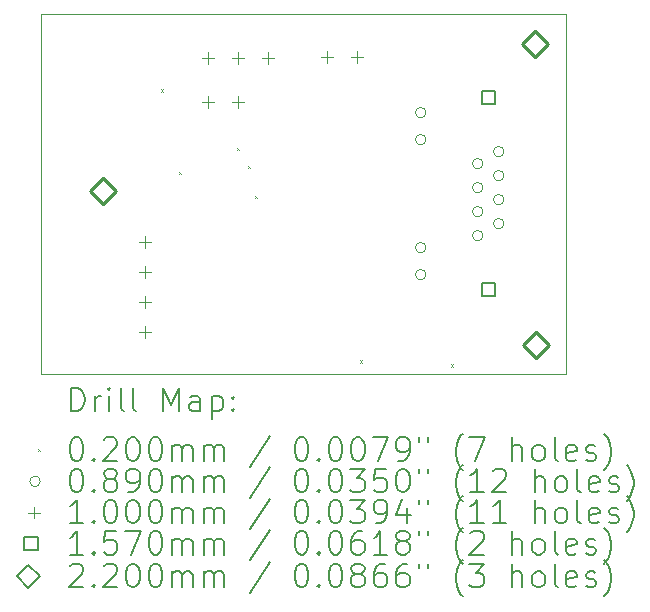
<source format=gbr>
%TF.GenerationSoftware,KiCad,Pcbnew,8.0.5*%
%TF.CreationDate,2024-10-10T08:08:46+02:00*%
%TF.ProjectId,USB-Extender_v1,5553422d-4578-4746-956e-6465725f7631,rev?*%
%TF.SameCoordinates,Original*%
%TF.FileFunction,Drillmap*%
%TF.FilePolarity,Positive*%
%FSLAX45Y45*%
G04 Gerber Fmt 4.5, Leading zero omitted, Abs format (unit mm)*
G04 Created by KiCad (PCBNEW 8.0.5) date 2024-10-10 08:08:46*
%MOMM*%
%LPD*%
G01*
G04 APERTURE LIST*
%ADD10C,0.050000*%
%ADD11C,0.200000*%
%ADD12C,0.100000*%
%ADD13C,0.157000*%
%ADD14C,0.220000*%
G04 APERTURE END LIST*
D10*
X10160000Y-5842000D02*
X14610080Y-5842000D01*
X14610080Y-8890000D01*
X10160000Y-8890000D01*
X10160000Y-5842000D01*
D11*
D12*
X11176160Y-6477160D02*
X11196160Y-6497160D01*
X11196160Y-6477160D02*
X11176160Y-6497160D01*
X11331100Y-7175660D02*
X11351100Y-7195660D01*
X11351100Y-7175660D02*
X11331100Y-7195660D01*
X11821820Y-6974500D02*
X11841820Y-6994500D01*
X11841820Y-6974500D02*
X11821820Y-6994500D01*
X11912760Y-7127400D02*
X11932760Y-7147400D01*
X11932760Y-7127400D02*
X11912760Y-7147400D01*
X11971180Y-7378860D02*
X11991180Y-7398860D01*
X11991180Y-7378860D02*
X11971180Y-7398860D01*
X12865260Y-8770780D02*
X12885260Y-8790780D01*
X12885260Y-8770780D02*
X12865260Y-8790780D01*
X13634880Y-8805000D02*
X13654880Y-8825000D01*
X13654880Y-8805000D02*
X13634880Y-8825000D01*
X13423280Y-6674920D02*
G75*
G02*
X13334280Y-6674920I-44500J0D01*
G01*
X13334280Y-6674920D02*
G75*
G02*
X13423280Y-6674920I44500J0D01*
G01*
X13423280Y-6903920D02*
G75*
G02*
X13334280Y-6903920I-44500J0D01*
G01*
X13334280Y-6903920D02*
G75*
G02*
X13423280Y-6903920I44500J0D01*
G01*
X13423280Y-7817920D02*
G75*
G02*
X13334280Y-7817920I-44500J0D01*
G01*
X13334280Y-7817920D02*
G75*
G02*
X13423280Y-7817920I44500J0D01*
G01*
X13423280Y-8046920D02*
G75*
G02*
X13334280Y-8046920I-44500J0D01*
G01*
X13334280Y-8046920D02*
G75*
G02*
X13423280Y-8046920I44500J0D01*
G01*
X13905280Y-7106520D02*
G75*
G02*
X13816280Y-7106520I-44500J0D01*
G01*
X13816280Y-7106520D02*
G75*
G02*
X13905280Y-7106520I44500J0D01*
G01*
X13905280Y-7309720D02*
G75*
G02*
X13816280Y-7309720I-44500J0D01*
G01*
X13816280Y-7309720D02*
G75*
G02*
X13905280Y-7309720I44500J0D01*
G01*
X13905280Y-7512920D02*
G75*
G02*
X13816280Y-7512920I-44500J0D01*
G01*
X13816280Y-7512920D02*
G75*
G02*
X13905280Y-7512920I44500J0D01*
G01*
X13905280Y-7716120D02*
G75*
G02*
X13816280Y-7716120I-44500J0D01*
G01*
X13816280Y-7716120D02*
G75*
G02*
X13905280Y-7716120I44500J0D01*
G01*
X14083280Y-7004920D02*
G75*
G02*
X13994280Y-7004920I-44500J0D01*
G01*
X13994280Y-7004920D02*
G75*
G02*
X14083280Y-7004920I44500J0D01*
G01*
X14083280Y-7208120D02*
G75*
G02*
X13994280Y-7208120I-44500J0D01*
G01*
X13994280Y-7208120D02*
G75*
G02*
X14083280Y-7208120I44500J0D01*
G01*
X14083280Y-7411320D02*
G75*
G02*
X13994280Y-7411320I-44500J0D01*
G01*
X13994280Y-7411320D02*
G75*
G02*
X14083280Y-7411320I44500J0D01*
G01*
X14083280Y-7614520D02*
G75*
G02*
X13994280Y-7614520I-44500J0D01*
G01*
X13994280Y-7614520D02*
G75*
G02*
X14083280Y-7614520I44500J0D01*
G01*
X11042000Y-7722400D02*
X11042000Y-7822400D01*
X10992000Y-7772400D02*
X11092000Y-7772400D01*
X11042000Y-7976400D02*
X11042000Y-8076400D01*
X10992000Y-8026400D02*
X11092000Y-8026400D01*
X11042000Y-8230400D02*
X11042000Y-8330400D01*
X10992000Y-8280400D02*
X11092000Y-8280400D01*
X11042000Y-8484400D02*
X11042000Y-8584400D01*
X10992000Y-8534400D02*
X11092000Y-8534400D01*
X11574780Y-6160300D02*
X11574780Y-6260300D01*
X11524780Y-6210300D02*
X11624780Y-6210300D01*
X11577820Y-6533680D02*
X11577820Y-6633680D01*
X11527820Y-6583680D02*
X11627820Y-6583680D01*
X11828780Y-6160300D02*
X11828780Y-6260300D01*
X11778780Y-6210300D02*
X11878780Y-6210300D01*
X11831820Y-6533680D02*
X11831820Y-6633680D01*
X11781820Y-6583680D02*
X11881820Y-6583680D01*
X12082780Y-6160300D02*
X12082780Y-6260300D01*
X12032780Y-6210300D02*
X12132780Y-6210300D01*
X12585700Y-6155220D02*
X12585700Y-6255220D01*
X12535700Y-6205220D02*
X12635700Y-6205220D01*
X12839700Y-6155220D02*
X12839700Y-6255220D01*
X12789700Y-6205220D02*
X12889700Y-6205220D01*
D13*
X14005288Y-6603428D02*
X14005288Y-6492412D01*
X13894272Y-6492412D01*
X13894272Y-6603428D01*
X14005288Y-6603428D01*
X14005288Y-8229428D02*
X14005288Y-8118412D01*
X13894272Y-8118412D01*
X13894272Y-8229428D01*
X14005288Y-8229428D01*
D14*
X10685780Y-7448060D02*
X10795780Y-7338060D01*
X10685780Y-7228060D01*
X10575780Y-7338060D01*
X10685780Y-7448060D01*
X14345920Y-6200920D02*
X14455920Y-6090920D01*
X14345920Y-5980920D01*
X14235920Y-6090920D01*
X14345920Y-6200920D01*
X14351000Y-8751080D02*
X14461000Y-8641080D01*
X14351000Y-8531080D01*
X14241000Y-8641080D01*
X14351000Y-8751080D01*
D11*
X10418277Y-9203984D02*
X10418277Y-9003984D01*
X10418277Y-9003984D02*
X10465896Y-9003984D01*
X10465896Y-9003984D02*
X10494467Y-9013508D01*
X10494467Y-9013508D02*
X10513515Y-9032555D01*
X10513515Y-9032555D02*
X10523039Y-9051603D01*
X10523039Y-9051603D02*
X10532563Y-9089698D01*
X10532563Y-9089698D02*
X10532563Y-9118270D01*
X10532563Y-9118270D02*
X10523039Y-9156365D01*
X10523039Y-9156365D02*
X10513515Y-9175412D01*
X10513515Y-9175412D02*
X10494467Y-9194460D01*
X10494467Y-9194460D02*
X10465896Y-9203984D01*
X10465896Y-9203984D02*
X10418277Y-9203984D01*
X10618277Y-9203984D02*
X10618277Y-9070650D01*
X10618277Y-9108746D02*
X10627801Y-9089698D01*
X10627801Y-9089698D02*
X10637324Y-9080174D01*
X10637324Y-9080174D02*
X10656372Y-9070650D01*
X10656372Y-9070650D02*
X10675420Y-9070650D01*
X10742086Y-9203984D02*
X10742086Y-9070650D01*
X10742086Y-9003984D02*
X10732563Y-9013508D01*
X10732563Y-9013508D02*
X10742086Y-9023031D01*
X10742086Y-9023031D02*
X10751610Y-9013508D01*
X10751610Y-9013508D02*
X10742086Y-9003984D01*
X10742086Y-9003984D02*
X10742086Y-9023031D01*
X10865896Y-9203984D02*
X10846848Y-9194460D01*
X10846848Y-9194460D02*
X10837324Y-9175412D01*
X10837324Y-9175412D02*
X10837324Y-9003984D01*
X10970658Y-9203984D02*
X10951610Y-9194460D01*
X10951610Y-9194460D02*
X10942086Y-9175412D01*
X10942086Y-9175412D02*
X10942086Y-9003984D01*
X11199229Y-9203984D02*
X11199229Y-9003984D01*
X11199229Y-9003984D02*
X11265896Y-9146841D01*
X11265896Y-9146841D02*
X11332562Y-9003984D01*
X11332562Y-9003984D02*
X11332562Y-9203984D01*
X11513515Y-9203984D02*
X11513515Y-9099222D01*
X11513515Y-9099222D02*
X11503991Y-9080174D01*
X11503991Y-9080174D02*
X11484943Y-9070650D01*
X11484943Y-9070650D02*
X11446848Y-9070650D01*
X11446848Y-9070650D02*
X11427801Y-9080174D01*
X11513515Y-9194460D02*
X11494467Y-9203984D01*
X11494467Y-9203984D02*
X11446848Y-9203984D01*
X11446848Y-9203984D02*
X11427801Y-9194460D01*
X11427801Y-9194460D02*
X11418277Y-9175412D01*
X11418277Y-9175412D02*
X11418277Y-9156365D01*
X11418277Y-9156365D02*
X11427801Y-9137317D01*
X11427801Y-9137317D02*
X11446848Y-9127793D01*
X11446848Y-9127793D02*
X11494467Y-9127793D01*
X11494467Y-9127793D02*
X11513515Y-9118270D01*
X11608753Y-9070650D02*
X11608753Y-9270650D01*
X11608753Y-9080174D02*
X11627801Y-9070650D01*
X11627801Y-9070650D02*
X11665896Y-9070650D01*
X11665896Y-9070650D02*
X11684943Y-9080174D01*
X11684943Y-9080174D02*
X11694467Y-9089698D01*
X11694467Y-9089698D02*
X11703991Y-9108746D01*
X11703991Y-9108746D02*
X11703991Y-9165889D01*
X11703991Y-9165889D02*
X11694467Y-9184936D01*
X11694467Y-9184936D02*
X11684943Y-9194460D01*
X11684943Y-9194460D02*
X11665896Y-9203984D01*
X11665896Y-9203984D02*
X11627801Y-9203984D01*
X11627801Y-9203984D02*
X11608753Y-9194460D01*
X11789705Y-9184936D02*
X11799229Y-9194460D01*
X11799229Y-9194460D02*
X11789705Y-9203984D01*
X11789705Y-9203984D02*
X11780182Y-9194460D01*
X11780182Y-9194460D02*
X11789705Y-9184936D01*
X11789705Y-9184936D02*
X11789705Y-9203984D01*
X11789705Y-9080174D02*
X11799229Y-9089698D01*
X11799229Y-9089698D02*
X11789705Y-9099222D01*
X11789705Y-9099222D02*
X11780182Y-9089698D01*
X11780182Y-9089698D02*
X11789705Y-9080174D01*
X11789705Y-9080174D02*
X11789705Y-9099222D01*
D12*
X10137500Y-9522500D02*
X10157500Y-9542500D01*
X10157500Y-9522500D02*
X10137500Y-9542500D01*
D11*
X10456372Y-9423984D02*
X10475420Y-9423984D01*
X10475420Y-9423984D02*
X10494467Y-9433508D01*
X10494467Y-9433508D02*
X10503991Y-9443031D01*
X10503991Y-9443031D02*
X10513515Y-9462079D01*
X10513515Y-9462079D02*
X10523039Y-9500174D01*
X10523039Y-9500174D02*
X10523039Y-9547793D01*
X10523039Y-9547793D02*
X10513515Y-9585889D01*
X10513515Y-9585889D02*
X10503991Y-9604936D01*
X10503991Y-9604936D02*
X10494467Y-9614460D01*
X10494467Y-9614460D02*
X10475420Y-9623984D01*
X10475420Y-9623984D02*
X10456372Y-9623984D01*
X10456372Y-9623984D02*
X10437324Y-9614460D01*
X10437324Y-9614460D02*
X10427801Y-9604936D01*
X10427801Y-9604936D02*
X10418277Y-9585889D01*
X10418277Y-9585889D02*
X10408753Y-9547793D01*
X10408753Y-9547793D02*
X10408753Y-9500174D01*
X10408753Y-9500174D02*
X10418277Y-9462079D01*
X10418277Y-9462079D02*
X10427801Y-9443031D01*
X10427801Y-9443031D02*
X10437324Y-9433508D01*
X10437324Y-9433508D02*
X10456372Y-9423984D01*
X10608753Y-9604936D02*
X10618277Y-9614460D01*
X10618277Y-9614460D02*
X10608753Y-9623984D01*
X10608753Y-9623984D02*
X10599229Y-9614460D01*
X10599229Y-9614460D02*
X10608753Y-9604936D01*
X10608753Y-9604936D02*
X10608753Y-9623984D01*
X10694467Y-9443031D02*
X10703991Y-9433508D01*
X10703991Y-9433508D02*
X10723039Y-9423984D01*
X10723039Y-9423984D02*
X10770658Y-9423984D01*
X10770658Y-9423984D02*
X10789705Y-9433508D01*
X10789705Y-9433508D02*
X10799229Y-9443031D01*
X10799229Y-9443031D02*
X10808753Y-9462079D01*
X10808753Y-9462079D02*
X10808753Y-9481127D01*
X10808753Y-9481127D02*
X10799229Y-9509698D01*
X10799229Y-9509698D02*
X10684944Y-9623984D01*
X10684944Y-9623984D02*
X10808753Y-9623984D01*
X10932563Y-9423984D02*
X10951610Y-9423984D01*
X10951610Y-9423984D02*
X10970658Y-9433508D01*
X10970658Y-9433508D02*
X10980182Y-9443031D01*
X10980182Y-9443031D02*
X10989705Y-9462079D01*
X10989705Y-9462079D02*
X10999229Y-9500174D01*
X10999229Y-9500174D02*
X10999229Y-9547793D01*
X10999229Y-9547793D02*
X10989705Y-9585889D01*
X10989705Y-9585889D02*
X10980182Y-9604936D01*
X10980182Y-9604936D02*
X10970658Y-9614460D01*
X10970658Y-9614460D02*
X10951610Y-9623984D01*
X10951610Y-9623984D02*
X10932563Y-9623984D01*
X10932563Y-9623984D02*
X10913515Y-9614460D01*
X10913515Y-9614460D02*
X10903991Y-9604936D01*
X10903991Y-9604936D02*
X10894467Y-9585889D01*
X10894467Y-9585889D02*
X10884944Y-9547793D01*
X10884944Y-9547793D02*
X10884944Y-9500174D01*
X10884944Y-9500174D02*
X10894467Y-9462079D01*
X10894467Y-9462079D02*
X10903991Y-9443031D01*
X10903991Y-9443031D02*
X10913515Y-9433508D01*
X10913515Y-9433508D02*
X10932563Y-9423984D01*
X11123039Y-9423984D02*
X11142086Y-9423984D01*
X11142086Y-9423984D02*
X11161134Y-9433508D01*
X11161134Y-9433508D02*
X11170658Y-9443031D01*
X11170658Y-9443031D02*
X11180182Y-9462079D01*
X11180182Y-9462079D02*
X11189705Y-9500174D01*
X11189705Y-9500174D02*
X11189705Y-9547793D01*
X11189705Y-9547793D02*
X11180182Y-9585889D01*
X11180182Y-9585889D02*
X11170658Y-9604936D01*
X11170658Y-9604936D02*
X11161134Y-9614460D01*
X11161134Y-9614460D02*
X11142086Y-9623984D01*
X11142086Y-9623984D02*
X11123039Y-9623984D01*
X11123039Y-9623984D02*
X11103991Y-9614460D01*
X11103991Y-9614460D02*
X11094467Y-9604936D01*
X11094467Y-9604936D02*
X11084944Y-9585889D01*
X11084944Y-9585889D02*
X11075420Y-9547793D01*
X11075420Y-9547793D02*
X11075420Y-9500174D01*
X11075420Y-9500174D02*
X11084944Y-9462079D01*
X11084944Y-9462079D02*
X11094467Y-9443031D01*
X11094467Y-9443031D02*
X11103991Y-9433508D01*
X11103991Y-9433508D02*
X11123039Y-9423984D01*
X11275420Y-9623984D02*
X11275420Y-9490650D01*
X11275420Y-9509698D02*
X11284943Y-9500174D01*
X11284943Y-9500174D02*
X11303991Y-9490650D01*
X11303991Y-9490650D02*
X11332563Y-9490650D01*
X11332563Y-9490650D02*
X11351610Y-9500174D01*
X11351610Y-9500174D02*
X11361134Y-9519222D01*
X11361134Y-9519222D02*
X11361134Y-9623984D01*
X11361134Y-9519222D02*
X11370658Y-9500174D01*
X11370658Y-9500174D02*
X11389705Y-9490650D01*
X11389705Y-9490650D02*
X11418277Y-9490650D01*
X11418277Y-9490650D02*
X11437324Y-9500174D01*
X11437324Y-9500174D02*
X11446848Y-9519222D01*
X11446848Y-9519222D02*
X11446848Y-9623984D01*
X11542086Y-9623984D02*
X11542086Y-9490650D01*
X11542086Y-9509698D02*
X11551610Y-9500174D01*
X11551610Y-9500174D02*
X11570658Y-9490650D01*
X11570658Y-9490650D02*
X11599229Y-9490650D01*
X11599229Y-9490650D02*
X11618277Y-9500174D01*
X11618277Y-9500174D02*
X11627801Y-9519222D01*
X11627801Y-9519222D02*
X11627801Y-9623984D01*
X11627801Y-9519222D02*
X11637324Y-9500174D01*
X11637324Y-9500174D02*
X11656372Y-9490650D01*
X11656372Y-9490650D02*
X11684943Y-9490650D01*
X11684943Y-9490650D02*
X11703991Y-9500174D01*
X11703991Y-9500174D02*
X11713515Y-9519222D01*
X11713515Y-9519222D02*
X11713515Y-9623984D01*
X12103991Y-9414460D02*
X11932563Y-9671603D01*
X12361134Y-9423984D02*
X12380182Y-9423984D01*
X12380182Y-9423984D02*
X12399229Y-9433508D01*
X12399229Y-9433508D02*
X12408753Y-9443031D01*
X12408753Y-9443031D02*
X12418277Y-9462079D01*
X12418277Y-9462079D02*
X12427801Y-9500174D01*
X12427801Y-9500174D02*
X12427801Y-9547793D01*
X12427801Y-9547793D02*
X12418277Y-9585889D01*
X12418277Y-9585889D02*
X12408753Y-9604936D01*
X12408753Y-9604936D02*
X12399229Y-9614460D01*
X12399229Y-9614460D02*
X12380182Y-9623984D01*
X12380182Y-9623984D02*
X12361134Y-9623984D01*
X12361134Y-9623984D02*
X12342086Y-9614460D01*
X12342086Y-9614460D02*
X12332563Y-9604936D01*
X12332563Y-9604936D02*
X12323039Y-9585889D01*
X12323039Y-9585889D02*
X12313515Y-9547793D01*
X12313515Y-9547793D02*
X12313515Y-9500174D01*
X12313515Y-9500174D02*
X12323039Y-9462079D01*
X12323039Y-9462079D02*
X12332563Y-9443031D01*
X12332563Y-9443031D02*
X12342086Y-9433508D01*
X12342086Y-9433508D02*
X12361134Y-9423984D01*
X12513515Y-9604936D02*
X12523039Y-9614460D01*
X12523039Y-9614460D02*
X12513515Y-9623984D01*
X12513515Y-9623984D02*
X12503991Y-9614460D01*
X12503991Y-9614460D02*
X12513515Y-9604936D01*
X12513515Y-9604936D02*
X12513515Y-9623984D01*
X12646848Y-9423984D02*
X12665896Y-9423984D01*
X12665896Y-9423984D02*
X12684944Y-9433508D01*
X12684944Y-9433508D02*
X12694467Y-9443031D01*
X12694467Y-9443031D02*
X12703991Y-9462079D01*
X12703991Y-9462079D02*
X12713515Y-9500174D01*
X12713515Y-9500174D02*
X12713515Y-9547793D01*
X12713515Y-9547793D02*
X12703991Y-9585889D01*
X12703991Y-9585889D02*
X12694467Y-9604936D01*
X12694467Y-9604936D02*
X12684944Y-9614460D01*
X12684944Y-9614460D02*
X12665896Y-9623984D01*
X12665896Y-9623984D02*
X12646848Y-9623984D01*
X12646848Y-9623984D02*
X12627801Y-9614460D01*
X12627801Y-9614460D02*
X12618277Y-9604936D01*
X12618277Y-9604936D02*
X12608753Y-9585889D01*
X12608753Y-9585889D02*
X12599229Y-9547793D01*
X12599229Y-9547793D02*
X12599229Y-9500174D01*
X12599229Y-9500174D02*
X12608753Y-9462079D01*
X12608753Y-9462079D02*
X12618277Y-9443031D01*
X12618277Y-9443031D02*
X12627801Y-9433508D01*
X12627801Y-9433508D02*
X12646848Y-9423984D01*
X12837325Y-9423984D02*
X12856372Y-9423984D01*
X12856372Y-9423984D02*
X12875420Y-9433508D01*
X12875420Y-9433508D02*
X12884944Y-9443031D01*
X12884944Y-9443031D02*
X12894467Y-9462079D01*
X12894467Y-9462079D02*
X12903991Y-9500174D01*
X12903991Y-9500174D02*
X12903991Y-9547793D01*
X12903991Y-9547793D02*
X12894467Y-9585889D01*
X12894467Y-9585889D02*
X12884944Y-9604936D01*
X12884944Y-9604936D02*
X12875420Y-9614460D01*
X12875420Y-9614460D02*
X12856372Y-9623984D01*
X12856372Y-9623984D02*
X12837325Y-9623984D01*
X12837325Y-9623984D02*
X12818277Y-9614460D01*
X12818277Y-9614460D02*
X12808753Y-9604936D01*
X12808753Y-9604936D02*
X12799229Y-9585889D01*
X12799229Y-9585889D02*
X12789706Y-9547793D01*
X12789706Y-9547793D02*
X12789706Y-9500174D01*
X12789706Y-9500174D02*
X12799229Y-9462079D01*
X12799229Y-9462079D02*
X12808753Y-9443031D01*
X12808753Y-9443031D02*
X12818277Y-9433508D01*
X12818277Y-9433508D02*
X12837325Y-9423984D01*
X12970658Y-9423984D02*
X13103991Y-9423984D01*
X13103991Y-9423984D02*
X13018277Y-9623984D01*
X13189706Y-9623984D02*
X13227801Y-9623984D01*
X13227801Y-9623984D02*
X13246848Y-9614460D01*
X13246848Y-9614460D02*
X13256372Y-9604936D01*
X13256372Y-9604936D02*
X13275420Y-9576365D01*
X13275420Y-9576365D02*
X13284944Y-9538270D01*
X13284944Y-9538270D02*
X13284944Y-9462079D01*
X13284944Y-9462079D02*
X13275420Y-9443031D01*
X13275420Y-9443031D02*
X13265896Y-9433508D01*
X13265896Y-9433508D02*
X13246848Y-9423984D01*
X13246848Y-9423984D02*
X13208753Y-9423984D01*
X13208753Y-9423984D02*
X13189706Y-9433508D01*
X13189706Y-9433508D02*
X13180182Y-9443031D01*
X13180182Y-9443031D02*
X13170658Y-9462079D01*
X13170658Y-9462079D02*
X13170658Y-9509698D01*
X13170658Y-9509698D02*
X13180182Y-9528746D01*
X13180182Y-9528746D02*
X13189706Y-9538270D01*
X13189706Y-9538270D02*
X13208753Y-9547793D01*
X13208753Y-9547793D02*
X13246848Y-9547793D01*
X13246848Y-9547793D02*
X13265896Y-9538270D01*
X13265896Y-9538270D02*
X13275420Y-9528746D01*
X13275420Y-9528746D02*
X13284944Y-9509698D01*
X13361134Y-9423984D02*
X13361134Y-9462079D01*
X13437325Y-9423984D02*
X13437325Y-9462079D01*
X13732563Y-9700174D02*
X13723039Y-9690650D01*
X13723039Y-9690650D02*
X13703991Y-9662079D01*
X13703991Y-9662079D02*
X13694468Y-9643031D01*
X13694468Y-9643031D02*
X13684944Y-9614460D01*
X13684944Y-9614460D02*
X13675420Y-9566841D01*
X13675420Y-9566841D02*
X13675420Y-9528746D01*
X13675420Y-9528746D02*
X13684944Y-9481127D01*
X13684944Y-9481127D02*
X13694468Y-9452555D01*
X13694468Y-9452555D02*
X13703991Y-9433508D01*
X13703991Y-9433508D02*
X13723039Y-9404936D01*
X13723039Y-9404936D02*
X13732563Y-9395412D01*
X13789706Y-9423984D02*
X13923039Y-9423984D01*
X13923039Y-9423984D02*
X13837325Y-9623984D01*
X14151610Y-9623984D02*
X14151610Y-9423984D01*
X14237325Y-9623984D02*
X14237325Y-9519222D01*
X14237325Y-9519222D02*
X14227801Y-9500174D01*
X14227801Y-9500174D02*
X14208753Y-9490650D01*
X14208753Y-9490650D02*
X14180182Y-9490650D01*
X14180182Y-9490650D02*
X14161134Y-9500174D01*
X14161134Y-9500174D02*
X14151610Y-9509698D01*
X14361134Y-9623984D02*
X14342087Y-9614460D01*
X14342087Y-9614460D02*
X14332563Y-9604936D01*
X14332563Y-9604936D02*
X14323039Y-9585889D01*
X14323039Y-9585889D02*
X14323039Y-9528746D01*
X14323039Y-9528746D02*
X14332563Y-9509698D01*
X14332563Y-9509698D02*
X14342087Y-9500174D01*
X14342087Y-9500174D02*
X14361134Y-9490650D01*
X14361134Y-9490650D02*
X14389706Y-9490650D01*
X14389706Y-9490650D02*
X14408753Y-9500174D01*
X14408753Y-9500174D02*
X14418277Y-9509698D01*
X14418277Y-9509698D02*
X14427801Y-9528746D01*
X14427801Y-9528746D02*
X14427801Y-9585889D01*
X14427801Y-9585889D02*
X14418277Y-9604936D01*
X14418277Y-9604936D02*
X14408753Y-9614460D01*
X14408753Y-9614460D02*
X14389706Y-9623984D01*
X14389706Y-9623984D02*
X14361134Y-9623984D01*
X14542087Y-9623984D02*
X14523039Y-9614460D01*
X14523039Y-9614460D02*
X14513515Y-9595412D01*
X14513515Y-9595412D02*
X14513515Y-9423984D01*
X14694468Y-9614460D02*
X14675420Y-9623984D01*
X14675420Y-9623984D02*
X14637325Y-9623984D01*
X14637325Y-9623984D02*
X14618277Y-9614460D01*
X14618277Y-9614460D02*
X14608753Y-9595412D01*
X14608753Y-9595412D02*
X14608753Y-9519222D01*
X14608753Y-9519222D02*
X14618277Y-9500174D01*
X14618277Y-9500174D02*
X14637325Y-9490650D01*
X14637325Y-9490650D02*
X14675420Y-9490650D01*
X14675420Y-9490650D02*
X14694468Y-9500174D01*
X14694468Y-9500174D02*
X14703991Y-9519222D01*
X14703991Y-9519222D02*
X14703991Y-9538270D01*
X14703991Y-9538270D02*
X14608753Y-9557317D01*
X14780182Y-9614460D02*
X14799230Y-9623984D01*
X14799230Y-9623984D02*
X14837325Y-9623984D01*
X14837325Y-9623984D02*
X14856372Y-9614460D01*
X14856372Y-9614460D02*
X14865896Y-9595412D01*
X14865896Y-9595412D02*
X14865896Y-9585889D01*
X14865896Y-9585889D02*
X14856372Y-9566841D01*
X14856372Y-9566841D02*
X14837325Y-9557317D01*
X14837325Y-9557317D02*
X14808753Y-9557317D01*
X14808753Y-9557317D02*
X14789706Y-9547793D01*
X14789706Y-9547793D02*
X14780182Y-9528746D01*
X14780182Y-9528746D02*
X14780182Y-9519222D01*
X14780182Y-9519222D02*
X14789706Y-9500174D01*
X14789706Y-9500174D02*
X14808753Y-9490650D01*
X14808753Y-9490650D02*
X14837325Y-9490650D01*
X14837325Y-9490650D02*
X14856372Y-9500174D01*
X14932563Y-9700174D02*
X14942087Y-9690650D01*
X14942087Y-9690650D02*
X14961134Y-9662079D01*
X14961134Y-9662079D02*
X14970658Y-9643031D01*
X14970658Y-9643031D02*
X14980182Y-9614460D01*
X14980182Y-9614460D02*
X14989706Y-9566841D01*
X14989706Y-9566841D02*
X14989706Y-9528746D01*
X14989706Y-9528746D02*
X14980182Y-9481127D01*
X14980182Y-9481127D02*
X14970658Y-9452555D01*
X14970658Y-9452555D02*
X14961134Y-9433508D01*
X14961134Y-9433508D02*
X14942087Y-9404936D01*
X14942087Y-9404936D02*
X14932563Y-9395412D01*
D12*
X10157500Y-9796500D02*
G75*
G02*
X10068500Y-9796500I-44500J0D01*
G01*
X10068500Y-9796500D02*
G75*
G02*
X10157500Y-9796500I44500J0D01*
G01*
D11*
X10456372Y-9687984D02*
X10475420Y-9687984D01*
X10475420Y-9687984D02*
X10494467Y-9697508D01*
X10494467Y-9697508D02*
X10503991Y-9707031D01*
X10503991Y-9707031D02*
X10513515Y-9726079D01*
X10513515Y-9726079D02*
X10523039Y-9764174D01*
X10523039Y-9764174D02*
X10523039Y-9811793D01*
X10523039Y-9811793D02*
X10513515Y-9849889D01*
X10513515Y-9849889D02*
X10503991Y-9868936D01*
X10503991Y-9868936D02*
X10494467Y-9878460D01*
X10494467Y-9878460D02*
X10475420Y-9887984D01*
X10475420Y-9887984D02*
X10456372Y-9887984D01*
X10456372Y-9887984D02*
X10437324Y-9878460D01*
X10437324Y-9878460D02*
X10427801Y-9868936D01*
X10427801Y-9868936D02*
X10418277Y-9849889D01*
X10418277Y-9849889D02*
X10408753Y-9811793D01*
X10408753Y-9811793D02*
X10408753Y-9764174D01*
X10408753Y-9764174D02*
X10418277Y-9726079D01*
X10418277Y-9726079D02*
X10427801Y-9707031D01*
X10427801Y-9707031D02*
X10437324Y-9697508D01*
X10437324Y-9697508D02*
X10456372Y-9687984D01*
X10608753Y-9868936D02*
X10618277Y-9878460D01*
X10618277Y-9878460D02*
X10608753Y-9887984D01*
X10608753Y-9887984D02*
X10599229Y-9878460D01*
X10599229Y-9878460D02*
X10608753Y-9868936D01*
X10608753Y-9868936D02*
X10608753Y-9887984D01*
X10732563Y-9773698D02*
X10713515Y-9764174D01*
X10713515Y-9764174D02*
X10703991Y-9754650D01*
X10703991Y-9754650D02*
X10694467Y-9735603D01*
X10694467Y-9735603D02*
X10694467Y-9726079D01*
X10694467Y-9726079D02*
X10703991Y-9707031D01*
X10703991Y-9707031D02*
X10713515Y-9697508D01*
X10713515Y-9697508D02*
X10732563Y-9687984D01*
X10732563Y-9687984D02*
X10770658Y-9687984D01*
X10770658Y-9687984D02*
X10789705Y-9697508D01*
X10789705Y-9697508D02*
X10799229Y-9707031D01*
X10799229Y-9707031D02*
X10808753Y-9726079D01*
X10808753Y-9726079D02*
X10808753Y-9735603D01*
X10808753Y-9735603D02*
X10799229Y-9754650D01*
X10799229Y-9754650D02*
X10789705Y-9764174D01*
X10789705Y-9764174D02*
X10770658Y-9773698D01*
X10770658Y-9773698D02*
X10732563Y-9773698D01*
X10732563Y-9773698D02*
X10713515Y-9783222D01*
X10713515Y-9783222D02*
X10703991Y-9792746D01*
X10703991Y-9792746D02*
X10694467Y-9811793D01*
X10694467Y-9811793D02*
X10694467Y-9849889D01*
X10694467Y-9849889D02*
X10703991Y-9868936D01*
X10703991Y-9868936D02*
X10713515Y-9878460D01*
X10713515Y-9878460D02*
X10732563Y-9887984D01*
X10732563Y-9887984D02*
X10770658Y-9887984D01*
X10770658Y-9887984D02*
X10789705Y-9878460D01*
X10789705Y-9878460D02*
X10799229Y-9868936D01*
X10799229Y-9868936D02*
X10808753Y-9849889D01*
X10808753Y-9849889D02*
X10808753Y-9811793D01*
X10808753Y-9811793D02*
X10799229Y-9792746D01*
X10799229Y-9792746D02*
X10789705Y-9783222D01*
X10789705Y-9783222D02*
X10770658Y-9773698D01*
X10903991Y-9887984D02*
X10942086Y-9887984D01*
X10942086Y-9887984D02*
X10961134Y-9878460D01*
X10961134Y-9878460D02*
X10970658Y-9868936D01*
X10970658Y-9868936D02*
X10989705Y-9840365D01*
X10989705Y-9840365D02*
X10999229Y-9802270D01*
X10999229Y-9802270D02*
X10999229Y-9726079D01*
X10999229Y-9726079D02*
X10989705Y-9707031D01*
X10989705Y-9707031D02*
X10980182Y-9697508D01*
X10980182Y-9697508D02*
X10961134Y-9687984D01*
X10961134Y-9687984D02*
X10923039Y-9687984D01*
X10923039Y-9687984D02*
X10903991Y-9697508D01*
X10903991Y-9697508D02*
X10894467Y-9707031D01*
X10894467Y-9707031D02*
X10884944Y-9726079D01*
X10884944Y-9726079D02*
X10884944Y-9773698D01*
X10884944Y-9773698D02*
X10894467Y-9792746D01*
X10894467Y-9792746D02*
X10903991Y-9802270D01*
X10903991Y-9802270D02*
X10923039Y-9811793D01*
X10923039Y-9811793D02*
X10961134Y-9811793D01*
X10961134Y-9811793D02*
X10980182Y-9802270D01*
X10980182Y-9802270D02*
X10989705Y-9792746D01*
X10989705Y-9792746D02*
X10999229Y-9773698D01*
X11123039Y-9687984D02*
X11142086Y-9687984D01*
X11142086Y-9687984D02*
X11161134Y-9697508D01*
X11161134Y-9697508D02*
X11170658Y-9707031D01*
X11170658Y-9707031D02*
X11180182Y-9726079D01*
X11180182Y-9726079D02*
X11189705Y-9764174D01*
X11189705Y-9764174D02*
X11189705Y-9811793D01*
X11189705Y-9811793D02*
X11180182Y-9849889D01*
X11180182Y-9849889D02*
X11170658Y-9868936D01*
X11170658Y-9868936D02*
X11161134Y-9878460D01*
X11161134Y-9878460D02*
X11142086Y-9887984D01*
X11142086Y-9887984D02*
X11123039Y-9887984D01*
X11123039Y-9887984D02*
X11103991Y-9878460D01*
X11103991Y-9878460D02*
X11094467Y-9868936D01*
X11094467Y-9868936D02*
X11084944Y-9849889D01*
X11084944Y-9849889D02*
X11075420Y-9811793D01*
X11075420Y-9811793D02*
X11075420Y-9764174D01*
X11075420Y-9764174D02*
X11084944Y-9726079D01*
X11084944Y-9726079D02*
X11094467Y-9707031D01*
X11094467Y-9707031D02*
X11103991Y-9697508D01*
X11103991Y-9697508D02*
X11123039Y-9687984D01*
X11275420Y-9887984D02*
X11275420Y-9754650D01*
X11275420Y-9773698D02*
X11284943Y-9764174D01*
X11284943Y-9764174D02*
X11303991Y-9754650D01*
X11303991Y-9754650D02*
X11332563Y-9754650D01*
X11332563Y-9754650D02*
X11351610Y-9764174D01*
X11351610Y-9764174D02*
X11361134Y-9783222D01*
X11361134Y-9783222D02*
X11361134Y-9887984D01*
X11361134Y-9783222D02*
X11370658Y-9764174D01*
X11370658Y-9764174D02*
X11389705Y-9754650D01*
X11389705Y-9754650D02*
X11418277Y-9754650D01*
X11418277Y-9754650D02*
X11437324Y-9764174D01*
X11437324Y-9764174D02*
X11446848Y-9783222D01*
X11446848Y-9783222D02*
X11446848Y-9887984D01*
X11542086Y-9887984D02*
X11542086Y-9754650D01*
X11542086Y-9773698D02*
X11551610Y-9764174D01*
X11551610Y-9764174D02*
X11570658Y-9754650D01*
X11570658Y-9754650D02*
X11599229Y-9754650D01*
X11599229Y-9754650D02*
X11618277Y-9764174D01*
X11618277Y-9764174D02*
X11627801Y-9783222D01*
X11627801Y-9783222D02*
X11627801Y-9887984D01*
X11627801Y-9783222D02*
X11637324Y-9764174D01*
X11637324Y-9764174D02*
X11656372Y-9754650D01*
X11656372Y-9754650D02*
X11684943Y-9754650D01*
X11684943Y-9754650D02*
X11703991Y-9764174D01*
X11703991Y-9764174D02*
X11713515Y-9783222D01*
X11713515Y-9783222D02*
X11713515Y-9887984D01*
X12103991Y-9678460D02*
X11932563Y-9935603D01*
X12361134Y-9687984D02*
X12380182Y-9687984D01*
X12380182Y-9687984D02*
X12399229Y-9697508D01*
X12399229Y-9697508D02*
X12408753Y-9707031D01*
X12408753Y-9707031D02*
X12418277Y-9726079D01*
X12418277Y-9726079D02*
X12427801Y-9764174D01*
X12427801Y-9764174D02*
X12427801Y-9811793D01*
X12427801Y-9811793D02*
X12418277Y-9849889D01*
X12418277Y-9849889D02*
X12408753Y-9868936D01*
X12408753Y-9868936D02*
X12399229Y-9878460D01*
X12399229Y-9878460D02*
X12380182Y-9887984D01*
X12380182Y-9887984D02*
X12361134Y-9887984D01*
X12361134Y-9887984D02*
X12342086Y-9878460D01*
X12342086Y-9878460D02*
X12332563Y-9868936D01*
X12332563Y-9868936D02*
X12323039Y-9849889D01*
X12323039Y-9849889D02*
X12313515Y-9811793D01*
X12313515Y-9811793D02*
X12313515Y-9764174D01*
X12313515Y-9764174D02*
X12323039Y-9726079D01*
X12323039Y-9726079D02*
X12332563Y-9707031D01*
X12332563Y-9707031D02*
X12342086Y-9697508D01*
X12342086Y-9697508D02*
X12361134Y-9687984D01*
X12513515Y-9868936D02*
X12523039Y-9878460D01*
X12523039Y-9878460D02*
X12513515Y-9887984D01*
X12513515Y-9887984D02*
X12503991Y-9878460D01*
X12503991Y-9878460D02*
X12513515Y-9868936D01*
X12513515Y-9868936D02*
X12513515Y-9887984D01*
X12646848Y-9687984D02*
X12665896Y-9687984D01*
X12665896Y-9687984D02*
X12684944Y-9697508D01*
X12684944Y-9697508D02*
X12694467Y-9707031D01*
X12694467Y-9707031D02*
X12703991Y-9726079D01*
X12703991Y-9726079D02*
X12713515Y-9764174D01*
X12713515Y-9764174D02*
X12713515Y-9811793D01*
X12713515Y-9811793D02*
X12703991Y-9849889D01*
X12703991Y-9849889D02*
X12694467Y-9868936D01*
X12694467Y-9868936D02*
X12684944Y-9878460D01*
X12684944Y-9878460D02*
X12665896Y-9887984D01*
X12665896Y-9887984D02*
X12646848Y-9887984D01*
X12646848Y-9887984D02*
X12627801Y-9878460D01*
X12627801Y-9878460D02*
X12618277Y-9868936D01*
X12618277Y-9868936D02*
X12608753Y-9849889D01*
X12608753Y-9849889D02*
X12599229Y-9811793D01*
X12599229Y-9811793D02*
X12599229Y-9764174D01*
X12599229Y-9764174D02*
X12608753Y-9726079D01*
X12608753Y-9726079D02*
X12618277Y-9707031D01*
X12618277Y-9707031D02*
X12627801Y-9697508D01*
X12627801Y-9697508D02*
X12646848Y-9687984D01*
X12780182Y-9687984D02*
X12903991Y-9687984D01*
X12903991Y-9687984D02*
X12837325Y-9764174D01*
X12837325Y-9764174D02*
X12865896Y-9764174D01*
X12865896Y-9764174D02*
X12884944Y-9773698D01*
X12884944Y-9773698D02*
X12894467Y-9783222D01*
X12894467Y-9783222D02*
X12903991Y-9802270D01*
X12903991Y-9802270D02*
X12903991Y-9849889D01*
X12903991Y-9849889D02*
X12894467Y-9868936D01*
X12894467Y-9868936D02*
X12884944Y-9878460D01*
X12884944Y-9878460D02*
X12865896Y-9887984D01*
X12865896Y-9887984D02*
X12808753Y-9887984D01*
X12808753Y-9887984D02*
X12789706Y-9878460D01*
X12789706Y-9878460D02*
X12780182Y-9868936D01*
X13084944Y-9687984D02*
X12989706Y-9687984D01*
X12989706Y-9687984D02*
X12980182Y-9783222D01*
X12980182Y-9783222D02*
X12989706Y-9773698D01*
X12989706Y-9773698D02*
X13008753Y-9764174D01*
X13008753Y-9764174D02*
X13056372Y-9764174D01*
X13056372Y-9764174D02*
X13075420Y-9773698D01*
X13075420Y-9773698D02*
X13084944Y-9783222D01*
X13084944Y-9783222D02*
X13094467Y-9802270D01*
X13094467Y-9802270D02*
X13094467Y-9849889D01*
X13094467Y-9849889D02*
X13084944Y-9868936D01*
X13084944Y-9868936D02*
X13075420Y-9878460D01*
X13075420Y-9878460D02*
X13056372Y-9887984D01*
X13056372Y-9887984D02*
X13008753Y-9887984D01*
X13008753Y-9887984D02*
X12989706Y-9878460D01*
X12989706Y-9878460D02*
X12980182Y-9868936D01*
X13218277Y-9687984D02*
X13237325Y-9687984D01*
X13237325Y-9687984D02*
X13256372Y-9697508D01*
X13256372Y-9697508D02*
X13265896Y-9707031D01*
X13265896Y-9707031D02*
X13275420Y-9726079D01*
X13275420Y-9726079D02*
X13284944Y-9764174D01*
X13284944Y-9764174D02*
X13284944Y-9811793D01*
X13284944Y-9811793D02*
X13275420Y-9849889D01*
X13275420Y-9849889D02*
X13265896Y-9868936D01*
X13265896Y-9868936D02*
X13256372Y-9878460D01*
X13256372Y-9878460D02*
X13237325Y-9887984D01*
X13237325Y-9887984D02*
X13218277Y-9887984D01*
X13218277Y-9887984D02*
X13199229Y-9878460D01*
X13199229Y-9878460D02*
X13189706Y-9868936D01*
X13189706Y-9868936D02*
X13180182Y-9849889D01*
X13180182Y-9849889D02*
X13170658Y-9811793D01*
X13170658Y-9811793D02*
X13170658Y-9764174D01*
X13170658Y-9764174D02*
X13180182Y-9726079D01*
X13180182Y-9726079D02*
X13189706Y-9707031D01*
X13189706Y-9707031D02*
X13199229Y-9697508D01*
X13199229Y-9697508D02*
X13218277Y-9687984D01*
X13361134Y-9687984D02*
X13361134Y-9726079D01*
X13437325Y-9687984D02*
X13437325Y-9726079D01*
X13732563Y-9964174D02*
X13723039Y-9954650D01*
X13723039Y-9954650D02*
X13703991Y-9926079D01*
X13703991Y-9926079D02*
X13694468Y-9907031D01*
X13694468Y-9907031D02*
X13684944Y-9878460D01*
X13684944Y-9878460D02*
X13675420Y-9830841D01*
X13675420Y-9830841D02*
X13675420Y-9792746D01*
X13675420Y-9792746D02*
X13684944Y-9745127D01*
X13684944Y-9745127D02*
X13694468Y-9716555D01*
X13694468Y-9716555D02*
X13703991Y-9697508D01*
X13703991Y-9697508D02*
X13723039Y-9668936D01*
X13723039Y-9668936D02*
X13732563Y-9659412D01*
X13913515Y-9887984D02*
X13799229Y-9887984D01*
X13856372Y-9887984D02*
X13856372Y-9687984D01*
X13856372Y-9687984D02*
X13837325Y-9716555D01*
X13837325Y-9716555D02*
X13818277Y-9735603D01*
X13818277Y-9735603D02*
X13799229Y-9745127D01*
X13989706Y-9707031D02*
X13999229Y-9697508D01*
X13999229Y-9697508D02*
X14018277Y-9687984D01*
X14018277Y-9687984D02*
X14065896Y-9687984D01*
X14065896Y-9687984D02*
X14084944Y-9697508D01*
X14084944Y-9697508D02*
X14094468Y-9707031D01*
X14094468Y-9707031D02*
X14103991Y-9726079D01*
X14103991Y-9726079D02*
X14103991Y-9745127D01*
X14103991Y-9745127D02*
X14094468Y-9773698D01*
X14094468Y-9773698D02*
X13980182Y-9887984D01*
X13980182Y-9887984D02*
X14103991Y-9887984D01*
X14342087Y-9887984D02*
X14342087Y-9687984D01*
X14427801Y-9887984D02*
X14427801Y-9783222D01*
X14427801Y-9783222D02*
X14418277Y-9764174D01*
X14418277Y-9764174D02*
X14399230Y-9754650D01*
X14399230Y-9754650D02*
X14370658Y-9754650D01*
X14370658Y-9754650D02*
X14351610Y-9764174D01*
X14351610Y-9764174D02*
X14342087Y-9773698D01*
X14551610Y-9887984D02*
X14532563Y-9878460D01*
X14532563Y-9878460D02*
X14523039Y-9868936D01*
X14523039Y-9868936D02*
X14513515Y-9849889D01*
X14513515Y-9849889D02*
X14513515Y-9792746D01*
X14513515Y-9792746D02*
X14523039Y-9773698D01*
X14523039Y-9773698D02*
X14532563Y-9764174D01*
X14532563Y-9764174D02*
X14551610Y-9754650D01*
X14551610Y-9754650D02*
X14580182Y-9754650D01*
X14580182Y-9754650D02*
X14599230Y-9764174D01*
X14599230Y-9764174D02*
X14608753Y-9773698D01*
X14608753Y-9773698D02*
X14618277Y-9792746D01*
X14618277Y-9792746D02*
X14618277Y-9849889D01*
X14618277Y-9849889D02*
X14608753Y-9868936D01*
X14608753Y-9868936D02*
X14599230Y-9878460D01*
X14599230Y-9878460D02*
X14580182Y-9887984D01*
X14580182Y-9887984D02*
X14551610Y-9887984D01*
X14732563Y-9887984D02*
X14713515Y-9878460D01*
X14713515Y-9878460D02*
X14703991Y-9859412D01*
X14703991Y-9859412D02*
X14703991Y-9687984D01*
X14884944Y-9878460D02*
X14865896Y-9887984D01*
X14865896Y-9887984D02*
X14827801Y-9887984D01*
X14827801Y-9887984D02*
X14808753Y-9878460D01*
X14808753Y-9878460D02*
X14799230Y-9859412D01*
X14799230Y-9859412D02*
X14799230Y-9783222D01*
X14799230Y-9783222D02*
X14808753Y-9764174D01*
X14808753Y-9764174D02*
X14827801Y-9754650D01*
X14827801Y-9754650D02*
X14865896Y-9754650D01*
X14865896Y-9754650D02*
X14884944Y-9764174D01*
X14884944Y-9764174D02*
X14894468Y-9783222D01*
X14894468Y-9783222D02*
X14894468Y-9802270D01*
X14894468Y-9802270D02*
X14799230Y-9821317D01*
X14970658Y-9878460D02*
X14989706Y-9887984D01*
X14989706Y-9887984D02*
X15027801Y-9887984D01*
X15027801Y-9887984D02*
X15046849Y-9878460D01*
X15046849Y-9878460D02*
X15056372Y-9859412D01*
X15056372Y-9859412D02*
X15056372Y-9849889D01*
X15056372Y-9849889D02*
X15046849Y-9830841D01*
X15046849Y-9830841D02*
X15027801Y-9821317D01*
X15027801Y-9821317D02*
X14999230Y-9821317D01*
X14999230Y-9821317D02*
X14980182Y-9811793D01*
X14980182Y-9811793D02*
X14970658Y-9792746D01*
X14970658Y-9792746D02*
X14970658Y-9783222D01*
X14970658Y-9783222D02*
X14980182Y-9764174D01*
X14980182Y-9764174D02*
X14999230Y-9754650D01*
X14999230Y-9754650D02*
X15027801Y-9754650D01*
X15027801Y-9754650D02*
X15046849Y-9764174D01*
X15123039Y-9964174D02*
X15132563Y-9954650D01*
X15132563Y-9954650D02*
X15151611Y-9926079D01*
X15151611Y-9926079D02*
X15161134Y-9907031D01*
X15161134Y-9907031D02*
X15170658Y-9878460D01*
X15170658Y-9878460D02*
X15180182Y-9830841D01*
X15180182Y-9830841D02*
X15180182Y-9792746D01*
X15180182Y-9792746D02*
X15170658Y-9745127D01*
X15170658Y-9745127D02*
X15161134Y-9716555D01*
X15161134Y-9716555D02*
X15151611Y-9697508D01*
X15151611Y-9697508D02*
X15132563Y-9668936D01*
X15132563Y-9668936D02*
X15123039Y-9659412D01*
D12*
X10107500Y-10010500D02*
X10107500Y-10110500D01*
X10057500Y-10060500D02*
X10157500Y-10060500D01*
D11*
X10523039Y-10151984D02*
X10408753Y-10151984D01*
X10465896Y-10151984D02*
X10465896Y-9951984D01*
X10465896Y-9951984D02*
X10446848Y-9980555D01*
X10446848Y-9980555D02*
X10427801Y-9999603D01*
X10427801Y-9999603D02*
X10408753Y-10009127D01*
X10608753Y-10132936D02*
X10618277Y-10142460D01*
X10618277Y-10142460D02*
X10608753Y-10151984D01*
X10608753Y-10151984D02*
X10599229Y-10142460D01*
X10599229Y-10142460D02*
X10608753Y-10132936D01*
X10608753Y-10132936D02*
X10608753Y-10151984D01*
X10742086Y-9951984D02*
X10761134Y-9951984D01*
X10761134Y-9951984D02*
X10780182Y-9961508D01*
X10780182Y-9961508D02*
X10789705Y-9971031D01*
X10789705Y-9971031D02*
X10799229Y-9990079D01*
X10799229Y-9990079D02*
X10808753Y-10028174D01*
X10808753Y-10028174D02*
X10808753Y-10075793D01*
X10808753Y-10075793D02*
X10799229Y-10113889D01*
X10799229Y-10113889D02*
X10789705Y-10132936D01*
X10789705Y-10132936D02*
X10780182Y-10142460D01*
X10780182Y-10142460D02*
X10761134Y-10151984D01*
X10761134Y-10151984D02*
X10742086Y-10151984D01*
X10742086Y-10151984D02*
X10723039Y-10142460D01*
X10723039Y-10142460D02*
X10713515Y-10132936D01*
X10713515Y-10132936D02*
X10703991Y-10113889D01*
X10703991Y-10113889D02*
X10694467Y-10075793D01*
X10694467Y-10075793D02*
X10694467Y-10028174D01*
X10694467Y-10028174D02*
X10703991Y-9990079D01*
X10703991Y-9990079D02*
X10713515Y-9971031D01*
X10713515Y-9971031D02*
X10723039Y-9961508D01*
X10723039Y-9961508D02*
X10742086Y-9951984D01*
X10932563Y-9951984D02*
X10951610Y-9951984D01*
X10951610Y-9951984D02*
X10970658Y-9961508D01*
X10970658Y-9961508D02*
X10980182Y-9971031D01*
X10980182Y-9971031D02*
X10989705Y-9990079D01*
X10989705Y-9990079D02*
X10999229Y-10028174D01*
X10999229Y-10028174D02*
X10999229Y-10075793D01*
X10999229Y-10075793D02*
X10989705Y-10113889D01*
X10989705Y-10113889D02*
X10980182Y-10132936D01*
X10980182Y-10132936D02*
X10970658Y-10142460D01*
X10970658Y-10142460D02*
X10951610Y-10151984D01*
X10951610Y-10151984D02*
X10932563Y-10151984D01*
X10932563Y-10151984D02*
X10913515Y-10142460D01*
X10913515Y-10142460D02*
X10903991Y-10132936D01*
X10903991Y-10132936D02*
X10894467Y-10113889D01*
X10894467Y-10113889D02*
X10884944Y-10075793D01*
X10884944Y-10075793D02*
X10884944Y-10028174D01*
X10884944Y-10028174D02*
X10894467Y-9990079D01*
X10894467Y-9990079D02*
X10903991Y-9971031D01*
X10903991Y-9971031D02*
X10913515Y-9961508D01*
X10913515Y-9961508D02*
X10932563Y-9951984D01*
X11123039Y-9951984D02*
X11142086Y-9951984D01*
X11142086Y-9951984D02*
X11161134Y-9961508D01*
X11161134Y-9961508D02*
X11170658Y-9971031D01*
X11170658Y-9971031D02*
X11180182Y-9990079D01*
X11180182Y-9990079D02*
X11189705Y-10028174D01*
X11189705Y-10028174D02*
X11189705Y-10075793D01*
X11189705Y-10075793D02*
X11180182Y-10113889D01*
X11180182Y-10113889D02*
X11170658Y-10132936D01*
X11170658Y-10132936D02*
X11161134Y-10142460D01*
X11161134Y-10142460D02*
X11142086Y-10151984D01*
X11142086Y-10151984D02*
X11123039Y-10151984D01*
X11123039Y-10151984D02*
X11103991Y-10142460D01*
X11103991Y-10142460D02*
X11094467Y-10132936D01*
X11094467Y-10132936D02*
X11084944Y-10113889D01*
X11084944Y-10113889D02*
X11075420Y-10075793D01*
X11075420Y-10075793D02*
X11075420Y-10028174D01*
X11075420Y-10028174D02*
X11084944Y-9990079D01*
X11084944Y-9990079D02*
X11094467Y-9971031D01*
X11094467Y-9971031D02*
X11103991Y-9961508D01*
X11103991Y-9961508D02*
X11123039Y-9951984D01*
X11275420Y-10151984D02*
X11275420Y-10018650D01*
X11275420Y-10037698D02*
X11284943Y-10028174D01*
X11284943Y-10028174D02*
X11303991Y-10018650D01*
X11303991Y-10018650D02*
X11332563Y-10018650D01*
X11332563Y-10018650D02*
X11351610Y-10028174D01*
X11351610Y-10028174D02*
X11361134Y-10047222D01*
X11361134Y-10047222D02*
X11361134Y-10151984D01*
X11361134Y-10047222D02*
X11370658Y-10028174D01*
X11370658Y-10028174D02*
X11389705Y-10018650D01*
X11389705Y-10018650D02*
X11418277Y-10018650D01*
X11418277Y-10018650D02*
X11437324Y-10028174D01*
X11437324Y-10028174D02*
X11446848Y-10047222D01*
X11446848Y-10047222D02*
X11446848Y-10151984D01*
X11542086Y-10151984D02*
X11542086Y-10018650D01*
X11542086Y-10037698D02*
X11551610Y-10028174D01*
X11551610Y-10028174D02*
X11570658Y-10018650D01*
X11570658Y-10018650D02*
X11599229Y-10018650D01*
X11599229Y-10018650D02*
X11618277Y-10028174D01*
X11618277Y-10028174D02*
X11627801Y-10047222D01*
X11627801Y-10047222D02*
X11627801Y-10151984D01*
X11627801Y-10047222D02*
X11637324Y-10028174D01*
X11637324Y-10028174D02*
X11656372Y-10018650D01*
X11656372Y-10018650D02*
X11684943Y-10018650D01*
X11684943Y-10018650D02*
X11703991Y-10028174D01*
X11703991Y-10028174D02*
X11713515Y-10047222D01*
X11713515Y-10047222D02*
X11713515Y-10151984D01*
X12103991Y-9942460D02*
X11932563Y-10199603D01*
X12361134Y-9951984D02*
X12380182Y-9951984D01*
X12380182Y-9951984D02*
X12399229Y-9961508D01*
X12399229Y-9961508D02*
X12408753Y-9971031D01*
X12408753Y-9971031D02*
X12418277Y-9990079D01*
X12418277Y-9990079D02*
X12427801Y-10028174D01*
X12427801Y-10028174D02*
X12427801Y-10075793D01*
X12427801Y-10075793D02*
X12418277Y-10113889D01*
X12418277Y-10113889D02*
X12408753Y-10132936D01*
X12408753Y-10132936D02*
X12399229Y-10142460D01*
X12399229Y-10142460D02*
X12380182Y-10151984D01*
X12380182Y-10151984D02*
X12361134Y-10151984D01*
X12361134Y-10151984D02*
X12342086Y-10142460D01*
X12342086Y-10142460D02*
X12332563Y-10132936D01*
X12332563Y-10132936D02*
X12323039Y-10113889D01*
X12323039Y-10113889D02*
X12313515Y-10075793D01*
X12313515Y-10075793D02*
X12313515Y-10028174D01*
X12313515Y-10028174D02*
X12323039Y-9990079D01*
X12323039Y-9990079D02*
X12332563Y-9971031D01*
X12332563Y-9971031D02*
X12342086Y-9961508D01*
X12342086Y-9961508D02*
X12361134Y-9951984D01*
X12513515Y-10132936D02*
X12523039Y-10142460D01*
X12523039Y-10142460D02*
X12513515Y-10151984D01*
X12513515Y-10151984D02*
X12503991Y-10142460D01*
X12503991Y-10142460D02*
X12513515Y-10132936D01*
X12513515Y-10132936D02*
X12513515Y-10151984D01*
X12646848Y-9951984D02*
X12665896Y-9951984D01*
X12665896Y-9951984D02*
X12684944Y-9961508D01*
X12684944Y-9961508D02*
X12694467Y-9971031D01*
X12694467Y-9971031D02*
X12703991Y-9990079D01*
X12703991Y-9990079D02*
X12713515Y-10028174D01*
X12713515Y-10028174D02*
X12713515Y-10075793D01*
X12713515Y-10075793D02*
X12703991Y-10113889D01*
X12703991Y-10113889D02*
X12694467Y-10132936D01*
X12694467Y-10132936D02*
X12684944Y-10142460D01*
X12684944Y-10142460D02*
X12665896Y-10151984D01*
X12665896Y-10151984D02*
X12646848Y-10151984D01*
X12646848Y-10151984D02*
X12627801Y-10142460D01*
X12627801Y-10142460D02*
X12618277Y-10132936D01*
X12618277Y-10132936D02*
X12608753Y-10113889D01*
X12608753Y-10113889D02*
X12599229Y-10075793D01*
X12599229Y-10075793D02*
X12599229Y-10028174D01*
X12599229Y-10028174D02*
X12608753Y-9990079D01*
X12608753Y-9990079D02*
X12618277Y-9971031D01*
X12618277Y-9971031D02*
X12627801Y-9961508D01*
X12627801Y-9961508D02*
X12646848Y-9951984D01*
X12780182Y-9951984D02*
X12903991Y-9951984D01*
X12903991Y-9951984D02*
X12837325Y-10028174D01*
X12837325Y-10028174D02*
X12865896Y-10028174D01*
X12865896Y-10028174D02*
X12884944Y-10037698D01*
X12884944Y-10037698D02*
X12894467Y-10047222D01*
X12894467Y-10047222D02*
X12903991Y-10066270D01*
X12903991Y-10066270D02*
X12903991Y-10113889D01*
X12903991Y-10113889D02*
X12894467Y-10132936D01*
X12894467Y-10132936D02*
X12884944Y-10142460D01*
X12884944Y-10142460D02*
X12865896Y-10151984D01*
X12865896Y-10151984D02*
X12808753Y-10151984D01*
X12808753Y-10151984D02*
X12789706Y-10142460D01*
X12789706Y-10142460D02*
X12780182Y-10132936D01*
X12999229Y-10151984D02*
X13037325Y-10151984D01*
X13037325Y-10151984D02*
X13056372Y-10142460D01*
X13056372Y-10142460D02*
X13065896Y-10132936D01*
X13065896Y-10132936D02*
X13084944Y-10104365D01*
X13084944Y-10104365D02*
X13094467Y-10066270D01*
X13094467Y-10066270D02*
X13094467Y-9990079D01*
X13094467Y-9990079D02*
X13084944Y-9971031D01*
X13084944Y-9971031D02*
X13075420Y-9961508D01*
X13075420Y-9961508D02*
X13056372Y-9951984D01*
X13056372Y-9951984D02*
X13018277Y-9951984D01*
X13018277Y-9951984D02*
X12999229Y-9961508D01*
X12999229Y-9961508D02*
X12989706Y-9971031D01*
X12989706Y-9971031D02*
X12980182Y-9990079D01*
X12980182Y-9990079D02*
X12980182Y-10037698D01*
X12980182Y-10037698D02*
X12989706Y-10056746D01*
X12989706Y-10056746D02*
X12999229Y-10066270D01*
X12999229Y-10066270D02*
X13018277Y-10075793D01*
X13018277Y-10075793D02*
X13056372Y-10075793D01*
X13056372Y-10075793D02*
X13075420Y-10066270D01*
X13075420Y-10066270D02*
X13084944Y-10056746D01*
X13084944Y-10056746D02*
X13094467Y-10037698D01*
X13265896Y-10018650D02*
X13265896Y-10151984D01*
X13218277Y-9942460D02*
X13170658Y-10085317D01*
X13170658Y-10085317D02*
X13294467Y-10085317D01*
X13361134Y-9951984D02*
X13361134Y-9990079D01*
X13437325Y-9951984D02*
X13437325Y-9990079D01*
X13732563Y-10228174D02*
X13723039Y-10218650D01*
X13723039Y-10218650D02*
X13703991Y-10190079D01*
X13703991Y-10190079D02*
X13694468Y-10171031D01*
X13694468Y-10171031D02*
X13684944Y-10142460D01*
X13684944Y-10142460D02*
X13675420Y-10094841D01*
X13675420Y-10094841D02*
X13675420Y-10056746D01*
X13675420Y-10056746D02*
X13684944Y-10009127D01*
X13684944Y-10009127D02*
X13694468Y-9980555D01*
X13694468Y-9980555D02*
X13703991Y-9961508D01*
X13703991Y-9961508D02*
X13723039Y-9932936D01*
X13723039Y-9932936D02*
X13732563Y-9923412D01*
X13913515Y-10151984D02*
X13799229Y-10151984D01*
X13856372Y-10151984D02*
X13856372Y-9951984D01*
X13856372Y-9951984D02*
X13837325Y-9980555D01*
X13837325Y-9980555D02*
X13818277Y-9999603D01*
X13818277Y-9999603D02*
X13799229Y-10009127D01*
X14103991Y-10151984D02*
X13989706Y-10151984D01*
X14046848Y-10151984D02*
X14046848Y-9951984D01*
X14046848Y-9951984D02*
X14027801Y-9980555D01*
X14027801Y-9980555D02*
X14008753Y-9999603D01*
X14008753Y-9999603D02*
X13989706Y-10009127D01*
X14342087Y-10151984D02*
X14342087Y-9951984D01*
X14427801Y-10151984D02*
X14427801Y-10047222D01*
X14427801Y-10047222D02*
X14418277Y-10028174D01*
X14418277Y-10028174D02*
X14399230Y-10018650D01*
X14399230Y-10018650D02*
X14370658Y-10018650D01*
X14370658Y-10018650D02*
X14351610Y-10028174D01*
X14351610Y-10028174D02*
X14342087Y-10037698D01*
X14551610Y-10151984D02*
X14532563Y-10142460D01*
X14532563Y-10142460D02*
X14523039Y-10132936D01*
X14523039Y-10132936D02*
X14513515Y-10113889D01*
X14513515Y-10113889D02*
X14513515Y-10056746D01*
X14513515Y-10056746D02*
X14523039Y-10037698D01*
X14523039Y-10037698D02*
X14532563Y-10028174D01*
X14532563Y-10028174D02*
X14551610Y-10018650D01*
X14551610Y-10018650D02*
X14580182Y-10018650D01*
X14580182Y-10018650D02*
X14599230Y-10028174D01*
X14599230Y-10028174D02*
X14608753Y-10037698D01*
X14608753Y-10037698D02*
X14618277Y-10056746D01*
X14618277Y-10056746D02*
X14618277Y-10113889D01*
X14618277Y-10113889D02*
X14608753Y-10132936D01*
X14608753Y-10132936D02*
X14599230Y-10142460D01*
X14599230Y-10142460D02*
X14580182Y-10151984D01*
X14580182Y-10151984D02*
X14551610Y-10151984D01*
X14732563Y-10151984D02*
X14713515Y-10142460D01*
X14713515Y-10142460D02*
X14703991Y-10123412D01*
X14703991Y-10123412D02*
X14703991Y-9951984D01*
X14884944Y-10142460D02*
X14865896Y-10151984D01*
X14865896Y-10151984D02*
X14827801Y-10151984D01*
X14827801Y-10151984D02*
X14808753Y-10142460D01*
X14808753Y-10142460D02*
X14799230Y-10123412D01*
X14799230Y-10123412D02*
X14799230Y-10047222D01*
X14799230Y-10047222D02*
X14808753Y-10028174D01*
X14808753Y-10028174D02*
X14827801Y-10018650D01*
X14827801Y-10018650D02*
X14865896Y-10018650D01*
X14865896Y-10018650D02*
X14884944Y-10028174D01*
X14884944Y-10028174D02*
X14894468Y-10047222D01*
X14894468Y-10047222D02*
X14894468Y-10066270D01*
X14894468Y-10066270D02*
X14799230Y-10085317D01*
X14970658Y-10142460D02*
X14989706Y-10151984D01*
X14989706Y-10151984D02*
X15027801Y-10151984D01*
X15027801Y-10151984D02*
X15046849Y-10142460D01*
X15046849Y-10142460D02*
X15056372Y-10123412D01*
X15056372Y-10123412D02*
X15056372Y-10113889D01*
X15056372Y-10113889D02*
X15046849Y-10094841D01*
X15046849Y-10094841D02*
X15027801Y-10085317D01*
X15027801Y-10085317D02*
X14999230Y-10085317D01*
X14999230Y-10085317D02*
X14980182Y-10075793D01*
X14980182Y-10075793D02*
X14970658Y-10056746D01*
X14970658Y-10056746D02*
X14970658Y-10047222D01*
X14970658Y-10047222D02*
X14980182Y-10028174D01*
X14980182Y-10028174D02*
X14999230Y-10018650D01*
X14999230Y-10018650D02*
X15027801Y-10018650D01*
X15027801Y-10018650D02*
X15046849Y-10028174D01*
X15123039Y-10228174D02*
X15132563Y-10218650D01*
X15132563Y-10218650D02*
X15151611Y-10190079D01*
X15151611Y-10190079D02*
X15161134Y-10171031D01*
X15161134Y-10171031D02*
X15170658Y-10142460D01*
X15170658Y-10142460D02*
X15180182Y-10094841D01*
X15180182Y-10094841D02*
X15180182Y-10056746D01*
X15180182Y-10056746D02*
X15170658Y-10009127D01*
X15170658Y-10009127D02*
X15161134Y-9980555D01*
X15161134Y-9980555D02*
X15151611Y-9961508D01*
X15151611Y-9961508D02*
X15132563Y-9932936D01*
X15132563Y-9932936D02*
X15123039Y-9923412D01*
D13*
X10134508Y-10380008D02*
X10134508Y-10268992D01*
X10023492Y-10268992D01*
X10023492Y-10380008D01*
X10134508Y-10380008D01*
D11*
X10523039Y-10415984D02*
X10408753Y-10415984D01*
X10465896Y-10415984D02*
X10465896Y-10215984D01*
X10465896Y-10215984D02*
X10446848Y-10244555D01*
X10446848Y-10244555D02*
X10427801Y-10263603D01*
X10427801Y-10263603D02*
X10408753Y-10273127D01*
X10608753Y-10396936D02*
X10618277Y-10406460D01*
X10618277Y-10406460D02*
X10608753Y-10415984D01*
X10608753Y-10415984D02*
X10599229Y-10406460D01*
X10599229Y-10406460D02*
X10608753Y-10396936D01*
X10608753Y-10396936D02*
X10608753Y-10415984D01*
X10799229Y-10215984D02*
X10703991Y-10215984D01*
X10703991Y-10215984D02*
X10694467Y-10311222D01*
X10694467Y-10311222D02*
X10703991Y-10301698D01*
X10703991Y-10301698D02*
X10723039Y-10292174D01*
X10723039Y-10292174D02*
X10770658Y-10292174D01*
X10770658Y-10292174D02*
X10789705Y-10301698D01*
X10789705Y-10301698D02*
X10799229Y-10311222D01*
X10799229Y-10311222D02*
X10808753Y-10330270D01*
X10808753Y-10330270D02*
X10808753Y-10377889D01*
X10808753Y-10377889D02*
X10799229Y-10396936D01*
X10799229Y-10396936D02*
X10789705Y-10406460D01*
X10789705Y-10406460D02*
X10770658Y-10415984D01*
X10770658Y-10415984D02*
X10723039Y-10415984D01*
X10723039Y-10415984D02*
X10703991Y-10406460D01*
X10703991Y-10406460D02*
X10694467Y-10396936D01*
X10875420Y-10215984D02*
X11008753Y-10215984D01*
X11008753Y-10215984D02*
X10923039Y-10415984D01*
X11123039Y-10215984D02*
X11142086Y-10215984D01*
X11142086Y-10215984D02*
X11161134Y-10225508D01*
X11161134Y-10225508D02*
X11170658Y-10235031D01*
X11170658Y-10235031D02*
X11180182Y-10254079D01*
X11180182Y-10254079D02*
X11189705Y-10292174D01*
X11189705Y-10292174D02*
X11189705Y-10339793D01*
X11189705Y-10339793D02*
X11180182Y-10377889D01*
X11180182Y-10377889D02*
X11170658Y-10396936D01*
X11170658Y-10396936D02*
X11161134Y-10406460D01*
X11161134Y-10406460D02*
X11142086Y-10415984D01*
X11142086Y-10415984D02*
X11123039Y-10415984D01*
X11123039Y-10415984D02*
X11103991Y-10406460D01*
X11103991Y-10406460D02*
X11094467Y-10396936D01*
X11094467Y-10396936D02*
X11084944Y-10377889D01*
X11084944Y-10377889D02*
X11075420Y-10339793D01*
X11075420Y-10339793D02*
X11075420Y-10292174D01*
X11075420Y-10292174D02*
X11084944Y-10254079D01*
X11084944Y-10254079D02*
X11094467Y-10235031D01*
X11094467Y-10235031D02*
X11103991Y-10225508D01*
X11103991Y-10225508D02*
X11123039Y-10215984D01*
X11275420Y-10415984D02*
X11275420Y-10282650D01*
X11275420Y-10301698D02*
X11284943Y-10292174D01*
X11284943Y-10292174D02*
X11303991Y-10282650D01*
X11303991Y-10282650D02*
X11332563Y-10282650D01*
X11332563Y-10282650D02*
X11351610Y-10292174D01*
X11351610Y-10292174D02*
X11361134Y-10311222D01*
X11361134Y-10311222D02*
X11361134Y-10415984D01*
X11361134Y-10311222D02*
X11370658Y-10292174D01*
X11370658Y-10292174D02*
X11389705Y-10282650D01*
X11389705Y-10282650D02*
X11418277Y-10282650D01*
X11418277Y-10282650D02*
X11437324Y-10292174D01*
X11437324Y-10292174D02*
X11446848Y-10311222D01*
X11446848Y-10311222D02*
X11446848Y-10415984D01*
X11542086Y-10415984D02*
X11542086Y-10282650D01*
X11542086Y-10301698D02*
X11551610Y-10292174D01*
X11551610Y-10292174D02*
X11570658Y-10282650D01*
X11570658Y-10282650D02*
X11599229Y-10282650D01*
X11599229Y-10282650D02*
X11618277Y-10292174D01*
X11618277Y-10292174D02*
X11627801Y-10311222D01*
X11627801Y-10311222D02*
X11627801Y-10415984D01*
X11627801Y-10311222D02*
X11637324Y-10292174D01*
X11637324Y-10292174D02*
X11656372Y-10282650D01*
X11656372Y-10282650D02*
X11684943Y-10282650D01*
X11684943Y-10282650D02*
X11703991Y-10292174D01*
X11703991Y-10292174D02*
X11713515Y-10311222D01*
X11713515Y-10311222D02*
X11713515Y-10415984D01*
X12103991Y-10206460D02*
X11932563Y-10463603D01*
X12361134Y-10215984D02*
X12380182Y-10215984D01*
X12380182Y-10215984D02*
X12399229Y-10225508D01*
X12399229Y-10225508D02*
X12408753Y-10235031D01*
X12408753Y-10235031D02*
X12418277Y-10254079D01*
X12418277Y-10254079D02*
X12427801Y-10292174D01*
X12427801Y-10292174D02*
X12427801Y-10339793D01*
X12427801Y-10339793D02*
X12418277Y-10377889D01*
X12418277Y-10377889D02*
X12408753Y-10396936D01*
X12408753Y-10396936D02*
X12399229Y-10406460D01*
X12399229Y-10406460D02*
X12380182Y-10415984D01*
X12380182Y-10415984D02*
X12361134Y-10415984D01*
X12361134Y-10415984D02*
X12342086Y-10406460D01*
X12342086Y-10406460D02*
X12332563Y-10396936D01*
X12332563Y-10396936D02*
X12323039Y-10377889D01*
X12323039Y-10377889D02*
X12313515Y-10339793D01*
X12313515Y-10339793D02*
X12313515Y-10292174D01*
X12313515Y-10292174D02*
X12323039Y-10254079D01*
X12323039Y-10254079D02*
X12332563Y-10235031D01*
X12332563Y-10235031D02*
X12342086Y-10225508D01*
X12342086Y-10225508D02*
X12361134Y-10215984D01*
X12513515Y-10396936D02*
X12523039Y-10406460D01*
X12523039Y-10406460D02*
X12513515Y-10415984D01*
X12513515Y-10415984D02*
X12503991Y-10406460D01*
X12503991Y-10406460D02*
X12513515Y-10396936D01*
X12513515Y-10396936D02*
X12513515Y-10415984D01*
X12646848Y-10215984D02*
X12665896Y-10215984D01*
X12665896Y-10215984D02*
X12684944Y-10225508D01*
X12684944Y-10225508D02*
X12694467Y-10235031D01*
X12694467Y-10235031D02*
X12703991Y-10254079D01*
X12703991Y-10254079D02*
X12713515Y-10292174D01*
X12713515Y-10292174D02*
X12713515Y-10339793D01*
X12713515Y-10339793D02*
X12703991Y-10377889D01*
X12703991Y-10377889D02*
X12694467Y-10396936D01*
X12694467Y-10396936D02*
X12684944Y-10406460D01*
X12684944Y-10406460D02*
X12665896Y-10415984D01*
X12665896Y-10415984D02*
X12646848Y-10415984D01*
X12646848Y-10415984D02*
X12627801Y-10406460D01*
X12627801Y-10406460D02*
X12618277Y-10396936D01*
X12618277Y-10396936D02*
X12608753Y-10377889D01*
X12608753Y-10377889D02*
X12599229Y-10339793D01*
X12599229Y-10339793D02*
X12599229Y-10292174D01*
X12599229Y-10292174D02*
X12608753Y-10254079D01*
X12608753Y-10254079D02*
X12618277Y-10235031D01*
X12618277Y-10235031D02*
X12627801Y-10225508D01*
X12627801Y-10225508D02*
X12646848Y-10215984D01*
X12884944Y-10215984D02*
X12846848Y-10215984D01*
X12846848Y-10215984D02*
X12827801Y-10225508D01*
X12827801Y-10225508D02*
X12818277Y-10235031D01*
X12818277Y-10235031D02*
X12799229Y-10263603D01*
X12799229Y-10263603D02*
X12789706Y-10301698D01*
X12789706Y-10301698D02*
X12789706Y-10377889D01*
X12789706Y-10377889D02*
X12799229Y-10396936D01*
X12799229Y-10396936D02*
X12808753Y-10406460D01*
X12808753Y-10406460D02*
X12827801Y-10415984D01*
X12827801Y-10415984D02*
X12865896Y-10415984D01*
X12865896Y-10415984D02*
X12884944Y-10406460D01*
X12884944Y-10406460D02*
X12894467Y-10396936D01*
X12894467Y-10396936D02*
X12903991Y-10377889D01*
X12903991Y-10377889D02*
X12903991Y-10330270D01*
X12903991Y-10330270D02*
X12894467Y-10311222D01*
X12894467Y-10311222D02*
X12884944Y-10301698D01*
X12884944Y-10301698D02*
X12865896Y-10292174D01*
X12865896Y-10292174D02*
X12827801Y-10292174D01*
X12827801Y-10292174D02*
X12808753Y-10301698D01*
X12808753Y-10301698D02*
X12799229Y-10311222D01*
X12799229Y-10311222D02*
X12789706Y-10330270D01*
X13094467Y-10415984D02*
X12980182Y-10415984D01*
X13037325Y-10415984D02*
X13037325Y-10215984D01*
X13037325Y-10215984D02*
X13018277Y-10244555D01*
X13018277Y-10244555D02*
X12999229Y-10263603D01*
X12999229Y-10263603D02*
X12980182Y-10273127D01*
X13208753Y-10301698D02*
X13189706Y-10292174D01*
X13189706Y-10292174D02*
X13180182Y-10282650D01*
X13180182Y-10282650D02*
X13170658Y-10263603D01*
X13170658Y-10263603D02*
X13170658Y-10254079D01*
X13170658Y-10254079D02*
X13180182Y-10235031D01*
X13180182Y-10235031D02*
X13189706Y-10225508D01*
X13189706Y-10225508D02*
X13208753Y-10215984D01*
X13208753Y-10215984D02*
X13246848Y-10215984D01*
X13246848Y-10215984D02*
X13265896Y-10225508D01*
X13265896Y-10225508D02*
X13275420Y-10235031D01*
X13275420Y-10235031D02*
X13284944Y-10254079D01*
X13284944Y-10254079D02*
X13284944Y-10263603D01*
X13284944Y-10263603D02*
X13275420Y-10282650D01*
X13275420Y-10282650D02*
X13265896Y-10292174D01*
X13265896Y-10292174D02*
X13246848Y-10301698D01*
X13246848Y-10301698D02*
X13208753Y-10301698D01*
X13208753Y-10301698D02*
X13189706Y-10311222D01*
X13189706Y-10311222D02*
X13180182Y-10320746D01*
X13180182Y-10320746D02*
X13170658Y-10339793D01*
X13170658Y-10339793D02*
X13170658Y-10377889D01*
X13170658Y-10377889D02*
X13180182Y-10396936D01*
X13180182Y-10396936D02*
X13189706Y-10406460D01*
X13189706Y-10406460D02*
X13208753Y-10415984D01*
X13208753Y-10415984D02*
X13246848Y-10415984D01*
X13246848Y-10415984D02*
X13265896Y-10406460D01*
X13265896Y-10406460D02*
X13275420Y-10396936D01*
X13275420Y-10396936D02*
X13284944Y-10377889D01*
X13284944Y-10377889D02*
X13284944Y-10339793D01*
X13284944Y-10339793D02*
X13275420Y-10320746D01*
X13275420Y-10320746D02*
X13265896Y-10311222D01*
X13265896Y-10311222D02*
X13246848Y-10301698D01*
X13361134Y-10215984D02*
X13361134Y-10254079D01*
X13437325Y-10215984D02*
X13437325Y-10254079D01*
X13732563Y-10492174D02*
X13723039Y-10482650D01*
X13723039Y-10482650D02*
X13703991Y-10454079D01*
X13703991Y-10454079D02*
X13694468Y-10435031D01*
X13694468Y-10435031D02*
X13684944Y-10406460D01*
X13684944Y-10406460D02*
X13675420Y-10358841D01*
X13675420Y-10358841D02*
X13675420Y-10320746D01*
X13675420Y-10320746D02*
X13684944Y-10273127D01*
X13684944Y-10273127D02*
X13694468Y-10244555D01*
X13694468Y-10244555D02*
X13703991Y-10225508D01*
X13703991Y-10225508D02*
X13723039Y-10196936D01*
X13723039Y-10196936D02*
X13732563Y-10187412D01*
X13799229Y-10235031D02*
X13808753Y-10225508D01*
X13808753Y-10225508D02*
X13827801Y-10215984D01*
X13827801Y-10215984D02*
X13875420Y-10215984D01*
X13875420Y-10215984D02*
X13894468Y-10225508D01*
X13894468Y-10225508D02*
X13903991Y-10235031D01*
X13903991Y-10235031D02*
X13913515Y-10254079D01*
X13913515Y-10254079D02*
X13913515Y-10273127D01*
X13913515Y-10273127D02*
X13903991Y-10301698D01*
X13903991Y-10301698D02*
X13789706Y-10415984D01*
X13789706Y-10415984D02*
X13913515Y-10415984D01*
X14151610Y-10415984D02*
X14151610Y-10215984D01*
X14237325Y-10415984D02*
X14237325Y-10311222D01*
X14237325Y-10311222D02*
X14227801Y-10292174D01*
X14227801Y-10292174D02*
X14208753Y-10282650D01*
X14208753Y-10282650D02*
X14180182Y-10282650D01*
X14180182Y-10282650D02*
X14161134Y-10292174D01*
X14161134Y-10292174D02*
X14151610Y-10301698D01*
X14361134Y-10415984D02*
X14342087Y-10406460D01*
X14342087Y-10406460D02*
X14332563Y-10396936D01*
X14332563Y-10396936D02*
X14323039Y-10377889D01*
X14323039Y-10377889D02*
X14323039Y-10320746D01*
X14323039Y-10320746D02*
X14332563Y-10301698D01*
X14332563Y-10301698D02*
X14342087Y-10292174D01*
X14342087Y-10292174D02*
X14361134Y-10282650D01*
X14361134Y-10282650D02*
X14389706Y-10282650D01*
X14389706Y-10282650D02*
X14408753Y-10292174D01*
X14408753Y-10292174D02*
X14418277Y-10301698D01*
X14418277Y-10301698D02*
X14427801Y-10320746D01*
X14427801Y-10320746D02*
X14427801Y-10377889D01*
X14427801Y-10377889D02*
X14418277Y-10396936D01*
X14418277Y-10396936D02*
X14408753Y-10406460D01*
X14408753Y-10406460D02*
X14389706Y-10415984D01*
X14389706Y-10415984D02*
X14361134Y-10415984D01*
X14542087Y-10415984D02*
X14523039Y-10406460D01*
X14523039Y-10406460D02*
X14513515Y-10387412D01*
X14513515Y-10387412D02*
X14513515Y-10215984D01*
X14694468Y-10406460D02*
X14675420Y-10415984D01*
X14675420Y-10415984D02*
X14637325Y-10415984D01*
X14637325Y-10415984D02*
X14618277Y-10406460D01*
X14618277Y-10406460D02*
X14608753Y-10387412D01*
X14608753Y-10387412D02*
X14608753Y-10311222D01*
X14608753Y-10311222D02*
X14618277Y-10292174D01*
X14618277Y-10292174D02*
X14637325Y-10282650D01*
X14637325Y-10282650D02*
X14675420Y-10282650D01*
X14675420Y-10282650D02*
X14694468Y-10292174D01*
X14694468Y-10292174D02*
X14703991Y-10311222D01*
X14703991Y-10311222D02*
X14703991Y-10330270D01*
X14703991Y-10330270D02*
X14608753Y-10349317D01*
X14780182Y-10406460D02*
X14799230Y-10415984D01*
X14799230Y-10415984D02*
X14837325Y-10415984D01*
X14837325Y-10415984D02*
X14856372Y-10406460D01*
X14856372Y-10406460D02*
X14865896Y-10387412D01*
X14865896Y-10387412D02*
X14865896Y-10377889D01*
X14865896Y-10377889D02*
X14856372Y-10358841D01*
X14856372Y-10358841D02*
X14837325Y-10349317D01*
X14837325Y-10349317D02*
X14808753Y-10349317D01*
X14808753Y-10349317D02*
X14789706Y-10339793D01*
X14789706Y-10339793D02*
X14780182Y-10320746D01*
X14780182Y-10320746D02*
X14780182Y-10311222D01*
X14780182Y-10311222D02*
X14789706Y-10292174D01*
X14789706Y-10292174D02*
X14808753Y-10282650D01*
X14808753Y-10282650D02*
X14837325Y-10282650D01*
X14837325Y-10282650D02*
X14856372Y-10292174D01*
X14932563Y-10492174D02*
X14942087Y-10482650D01*
X14942087Y-10482650D02*
X14961134Y-10454079D01*
X14961134Y-10454079D02*
X14970658Y-10435031D01*
X14970658Y-10435031D02*
X14980182Y-10406460D01*
X14980182Y-10406460D02*
X14989706Y-10358841D01*
X14989706Y-10358841D02*
X14989706Y-10320746D01*
X14989706Y-10320746D02*
X14980182Y-10273127D01*
X14980182Y-10273127D02*
X14970658Y-10244555D01*
X14970658Y-10244555D02*
X14961134Y-10225508D01*
X14961134Y-10225508D02*
X14942087Y-10196936D01*
X14942087Y-10196936D02*
X14932563Y-10187412D01*
X10057500Y-10701500D02*
X10157500Y-10601500D01*
X10057500Y-10501500D01*
X9957500Y-10601500D01*
X10057500Y-10701500D01*
X10408753Y-10512031D02*
X10418277Y-10502508D01*
X10418277Y-10502508D02*
X10437324Y-10492984D01*
X10437324Y-10492984D02*
X10484944Y-10492984D01*
X10484944Y-10492984D02*
X10503991Y-10502508D01*
X10503991Y-10502508D02*
X10513515Y-10512031D01*
X10513515Y-10512031D02*
X10523039Y-10531079D01*
X10523039Y-10531079D02*
X10523039Y-10550127D01*
X10523039Y-10550127D02*
X10513515Y-10578698D01*
X10513515Y-10578698D02*
X10399229Y-10692984D01*
X10399229Y-10692984D02*
X10523039Y-10692984D01*
X10608753Y-10673936D02*
X10618277Y-10683460D01*
X10618277Y-10683460D02*
X10608753Y-10692984D01*
X10608753Y-10692984D02*
X10599229Y-10683460D01*
X10599229Y-10683460D02*
X10608753Y-10673936D01*
X10608753Y-10673936D02*
X10608753Y-10692984D01*
X10694467Y-10512031D02*
X10703991Y-10502508D01*
X10703991Y-10502508D02*
X10723039Y-10492984D01*
X10723039Y-10492984D02*
X10770658Y-10492984D01*
X10770658Y-10492984D02*
X10789705Y-10502508D01*
X10789705Y-10502508D02*
X10799229Y-10512031D01*
X10799229Y-10512031D02*
X10808753Y-10531079D01*
X10808753Y-10531079D02*
X10808753Y-10550127D01*
X10808753Y-10550127D02*
X10799229Y-10578698D01*
X10799229Y-10578698D02*
X10684944Y-10692984D01*
X10684944Y-10692984D02*
X10808753Y-10692984D01*
X10932563Y-10492984D02*
X10951610Y-10492984D01*
X10951610Y-10492984D02*
X10970658Y-10502508D01*
X10970658Y-10502508D02*
X10980182Y-10512031D01*
X10980182Y-10512031D02*
X10989705Y-10531079D01*
X10989705Y-10531079D02*
X10999229Y-10569174D01*
X10999229Y-10569174D02*
X10999229Y-10616793D01*
X10999229Y-10616793D02*
X10989705Y-10654889D01*
X10989705Y-10654889D02*
X10980182Y-10673936D01*
X10980182Y-10673936D02*
X10970658Y-10683460D01*
X10970658Y-10683460D02*
X10951610Y-10692984D01*
X10951610Y-10692984D02*
X10932563Y-10692984D01*
X10932563Y-10692984D02*
X10913515Y-10683460D01*
X10913515Y-10683460D02*
X10903991Y-10673936D01*
X10903991Y-10673936D02*
X10894467Y-10654889D01*
X10894467Y-10654889D02*
X10884944Y-10616793D01*
X10884944Y-10616793D02*
X10884944Y-10569174D01*
X10884944Y-10569174D02*
X10894467Y-10531079D01*
X10894467Y-10531079D02*
X10903991Y-10512031D01*
X10903991Y-10512031D02*
X10913515Y-10502508D01*
X10913515Y-10502508D02*
X10932563Y-10492984D01*
X11123039Y-10492984D02*
X11142086Y-10492984D01*
X11142086Y-10492984D02*
X11161134Y-10502508D01*
X11161134Y-10502508D02*
X11170658Y-10512031D01*
X11170658Y-10512031D02*
X11180182Y-10531079D01*
X11180182Y-10531079D02*
X11189705Y-10569174D01*
X11189705Y-10569174D02*
X11189705Y-10616793D01*
X11189705Y-10616793D02*
X11180182Y-10654889D01*
X11180182Y-10654889D02*
X11170658Y-10673936D01*
X11170658Y-10673936D02*
X11161134Y-10683460D01*
X11161134Y-10683460D02*
X11142086Y-10692984D01*
X11142086Y-10692984D02*
X11123039Y-10692984D01*
X11123039Y-10692984D02*
X11103991Y-10683460D01*
X11103991Y-10683460D02*
X11094467Y-10673936D01*
X11094467Y-10673936D02*
X11084944Y-10654889D01*
X11084944Y-10654889D02*
X11075420Y-10616793D01*
X11075420Y-10616793D02*
X11075420Y-10569174D01*
X11075420Y-10569174D02*
X11084944Y-10531079D01*
X11084944Y-10531079D02*
X11094467Y-10512031D01*
X11094467Y-10512031D02*
X11103991Y-10502508D01*
X11103991Y-10502508D02*
X11123039Y-10492984D01*
X11275420Y-10692984D02*
X11275420Y-10559650D01*
X11275420Y-10578698D02*
X11284943Y-10569174D01*
X11284943Y-10569174D02*
X11303991Y-10559650D01*
X11303991Y-10559650D02*
X11332563Y-10559650D01*
X11332563Y-10559650D02*
X11351610Y-10569174D01*
X11351610Y-10569174D02*
X11361134Y-10588222D01*
X11361134Y-10588222D02*
X11361134Y-10692984D01*
X11361134Y-10588222D02*
X11370658Y-10569174D01*
X11370658Y-10569174D02*
X11389705Y-10559650D01*
X11389705Y-10559650D02*
X11418277Y-10559650D01*
X11418277Y-10559650D02*
X11437324Y-10569174D01*
X11437324Y-10569174D02*
X11446848Y-10588222D01*
X11446848Y-10588222D02*
X11446848Y-10692984D01*
X11542086Y-10692984D02*
X11542086Y-10559650D01*
X11542086Y-10578698D02*
X11551610Y-10569174D01*
X11551610Y-10569174D02*
X11570658Y-10559650D01*
X11570658Y-10559650D02*
X11599229Y-10559650D01*
X11599229Y-10559650D02*
X11618277Y-10569174D01*
X11618277Y-10569174D02*
X11627801Y-10588222D01*
X11627801Y-10588222D02*
X11627801Y-10692984D01*
X11627801Y-10588222D02*
X11637324Y-10569174D01*
X11637324Y-10569174D02*
X11656372Y-10559650D01*
X11656372Y-10559650D02*
X11684943Y-10559650D01*
X11684943Y-10559650D02*
X11703991Y-10569174D01*
X11703991Y-10569174D02*
X11713515Y-10588222D01*
X11713515Y-10588222D02*
X11713515Y-10692984D01*
X12103991Y-10483460D02*
X11932563Y-10740603D01*
X12361134Y-10492984D02*
X12380182Y-10492984D01*
X12380182Y-10492984D02*
X12399229Y-10502508D01*
X12399229Y-10502508D02*
X12408753Y-10512031D01*
X12408753Y-10512031D02*
X12418277Y-10531079D01*
X12418277Y-10531079D02*
X12427801Y-10569174D01*
X12427801Y-10569174D02*
X12427801Y-10616793D01*
X12427801Y-10616793D02*
X12418277Y-10654889D01*
X12418277Y-10654889D02*
X12408753Y-10673936D01*
X12408753Y-10673936D02*
X12399229Y-10683460D01*
X12399229Y-10683460D02*
X12380182Y-10692984D01*
X12380182Y-10692984D02*
X12361134Y-10692984D01*
X12361134Y-10692984D02*
X12342086Y-10683460D01*
X12342086Y-10683460D02*
X12332563Y-10673936D01*
X12332563Y-10673936D02*
X12323039Y-10654889D01*
X12323039Y-10654889D02*
X12313515Y-10616793D01*
X12313515Y-10616793D02*
X12313515Y-10569174D01*
X12313515Y-10569174D02*
X12323039Y-10531079D01*
X12323039Y-10531079D02*
X12332563Y-10512031D01*
X12332563Y-10512031D02*
X12342086Y-10502508D01*
X12342086Y-10502508D02*
X12361134Y-10492984D01*
X12513515Y-10673936D02*
X12523039Y-10683460D01*
X12523039Y-10683460D02*
X12513515Y-10692984D01*
X12513515Y-10692984D02*
X12503991Y-10683460D01*
X12503991Y-10683460D02*
X12513515Y-10673936D01*
X12513515Y-10673936D02*
X12513515Y-10692984D01*
X12646848Y-10492984D02*
X12665896Y-10492984D01*
X12665896Y-10492984D02*
X12684944Y-10502508D01*
X12684944Y-10502508D02*
X12694467Y-10512031D01*
X12694467Y-10512031D02*
X12703991Y-10531079D01*
X12703991Y-10531079D02*
X12713515Y-10569174D01*
X12713515Y-10569174D02*
X12713515Y-10616793D01*
X12713515Y-10616793D02*
X12703991Y-10654889D01*
X12703991Y-10654889D02*
X12694467Y-10673936D01*
X12694467Y-10673936D02*
X12684944Y-10683460D01*
X12684944Y-10683460D02*
X12665896Y-10692984D01*
X12665896Y-10692984D02*
X12646848Y-10692984D01*
X12646848Y-10692984D02*
X12627801Y-10683460D01*
X12627801Y-10683460D02*
X12618277Y-10673936D01*
X12618277Y-10673936D02*
X12608753Y-10654889D01*
X12608753Y-10654889D02*
X12599229Y-10616793D01*
X12599229Y-10616793D02*
X12599229Y-10569174D01*
X12599229Y-10569174D02*
X12608753Y-10531079D01*
X12608753Y-10531079D02*
X12618277Y-10512031D01*
X12618277Y-10512031D02*
X12627801Y-10502508D01*
X12627801Y-10502508D02*
X12646848Y-10492984D01*
X12827801Y-10578698D02*
X12808753Y-10569174D01*
X12808753Y-10569174D02*
X12799229Y-10559650D01*
X12799229Y-10559650D02*
X12789706Y-10540603D01*
X12789706Y-10540603D02*
X12789706Y-10531079D01*
X12789706Y-10531079D02*
X12799229Y-10512031D01*
X12799229Y-10512031D02*
X12808753Y-10502508D01*
X12808753Y-10502508D02*
X12827801Y-10492984D01*
X12827801Y-10492984D02*
X12865896Y-10492984D01*
X12865896Y-10492984D02*
X12884944Y-10502508D01*
X12884944Y-10502508D02*
X12894467Y-10512031D01*
X12894467Y-10512031D02*
X12903991Y-10531079D01*
X12903991Y-10531079D02*
X12903991Y-10540603D01*
X12903991Y-10540603D02*
X12894467Y-10559650D01*
X12894467Y-10559650D02*
X12884944Y-10569174D01*
X12884944Y-10569174D02*
X12865896Y-10578698D01*
X12865896Y-10578698D02*
X12827801Y-10578698D01*
X12827801Y-10578698D02*
X12808753Y-10588222D01*
X12808753Y-10588222D02*
X12799229Y-10597746D01*
X12799229Y-10597746D02*
X12789706Y-10616793D01*
X12789706Y-10616793D02*
X12789706Y-10654889D01*
X12789706Y-10654889D02*
X12799229Y-10673936D01*
X12799229Y-10673936D02*
X12808753Y-10683460D01*
X12808753Y-10683460D02*
X12827801Y-10692984D01*
X12827801Y-10692984D02*
X12865896Y-10692984D01*
X12865896Y-10692984D02*
X12884944Y-10683460D01*
X12884944Y-10683460D02*
X12894467Y-10673936D01*
X12894467Y-10673936D02*
X12903991Y-10654889D01*
X12903991Y-10654889D02*
X12903991Y-10616793D01*
X12903991Y-10616793D02*
X12894467Y-10597746D01*
X12894467Y-10597746D02*
X12884944Y-10588222D01*
X12884944Y-10588222D02*
X12865896Y-10578698D01*
X13075420Y-10492984D02*
X13037325Y-10492984D01*
X13037325Y-10492984D02*
X13018277Y-10502508D01*
X13018277Y-10502508D02*
X13008753Y-10512031D01*
X13008753Y-10512031D02*
X12989706Y-10540603D01*
X12989706Y-10540603D02*
X12980182Y-10578698D01*
X12980182Y-10578698D02*
X12980182Y-10654889D01*
X12980182Y-10654889D02*
X12989706Y-10673936D01*
X12989706Y-10673936D02*
X12999229Y-10683460D01*
X12999229Y-10683460D02*
X13018277Y-10692984D01*
X13018277Y-10692984D02*
X13056372Y-10692984D01*
X13056372Y-10692984D02*
X13075420Y-10683460D01*
X13075420Y-10683460D02*
X13084944Y-10673936D01*
X13084944Y-10673936D02*
X13094467Y-10654889D01*
X13094467Y-10654889D02*
X13094467Y-10607270D01*
X13094467Y-10607270D02*
X13084944Y-10588222D01*
X13084944Y-10588222D02*
X13075420Y-10578698D01*
X13075420Y-10578698D02*
X13056372Y-10569174D01*
X13056372Y-10569174D02*
X13018277Y-10569174D01*
X13018277Y-10569174D02*
X12999229Y-10578698D01*
X12999229Y-10578698D02*
X12989706Y-10588222D01*
X12989706Y-10588222D02*
X12980182Y-10607270D01*
X13265896Y-10492984D02*
X13227801Y-10492984D01*
X13227801Y-10492984D02*
X13208753Y-10502508D01*
X13208753Y-10502508D02*
X13199229Y-10512031D01*
X13199229Y-10512031D02*
X13180182Y-10540603D01*
X13180182Y-10540603D02*
X13170658Y-10578698D01*
X13170658Y-10578698D02*
X13170658Y-10654889D01*
X13170658Y-10654889D02*
X13180182Y-10673936D01*
X13180182Y-10673936D02*
X13189706Y-10683460D01*
X13189706Y-10683460D02*
X13208753Y-10692984D01*
X13208753Y-10692984D02*
X13246848Y-10692984D01*
X13246848Y-10692984D02*
X13265896Y-10683460D01*
X13265896Y-10683460D02*
X13275420Y-10673936D01*
X13275420Y-10673936D02*
X13284944Y-10654889D01*
X13284944Y-10654889D02*
X13284944Y-10607270D01*
X13284944Y-10607270D02*
X13275420Y-10588222D01*
X13275420Y-10588222D02*
X13265896Y-10578698D01*
X13265896Y-10578698D02*
X13246848Y-10569174D01*
X13246848Y-10569174D02*
X13208753Y-10569174D01*
X13208753Y-10569174D02*
X13189706Y-10578698D01*
X13189706Y-10578698D02*
X13180182Y-10588222D01*
X13180182Y-10588222D02*
X13170658Y-10607270D01*
X13361134Y-10492984D02*
X13361134Y-10531079D01*
X13437325Y-10492984D02*
X13437325Y-10531079D01*
X13732563Y-10769174D02*
X13723039Y-10759650D01*
X13723039Y-10759650D02*
X13703991Y-10731079D01*
X13703991Y-10731079D02*
X13694468Y-10712031D01*
X13694468Y-10712031D02*
X13684944Y-10683460D01*
X13684944Y-10683460D02*
X13675420Y-10635841D01*
X13675420Y-10635841D02*
X13675420Y-10597746D01*
X13675420Y-10597746D02*
X13684944Y-10550127D01*
X13684944Y-10550127D02*
X13694468Y-10521555D01*
X13694468Y-10521555D02*
X13703991Y-10502508D01*
X13703991Y-10502508D02*
X13723039Y-10473936D01*
X13723039Y-10473936D02*
X13732563Y-10464412D01*
X13789706Y-10492984D02*
X13913515Y-10492984D01*
X13913515Y-10492984D02*
X13846848Y-10569174D01*
X13846848Y-10569174D02*
X13875420Y-10569174D01*
X13875420Y-10569174D02*
X13894468Y-10578698D01*
X13894468Y-10578698D02*
X13903991Y-10588222D01*
X13903991Y-10588222D02*
X13913515Y-10607270D01*
X13913515Y-10607270D02*
X13913515Y-10654889D01*
X13913515Y-10654889D02*
X13903991Y-10673936D01*
X13903991Y-10673936D02*
X13894468Y-10683460D01*
X13894468Y-10683460D02*
X13875420Y-10692984D01*
X13875420Y-10692984D02*
X13818277Y-10692984D01*
X13818277Y-10692984D02*
X13799229Y-10683460D01*
X13799229Y-10683460D02*
X13789706Y-10673936D01*
X14151610Y-10692984D02*
X14151610Y-10492984D01*
X14237325Y-10692984D02*
X14237325Y-10588222D01*
X14237325Y-10588222D02*
X14227801Y-10569174D01*
X14227801Y-10569174D02*
X14208753Y-10559650D01*
X14208753Y-10559650D02*
X14180182Y-10559650D01*
X14180182Y-10559650D02*
X14161134Y-10569174D01*
X14161134Y-10569174D02*
X14151610Y-10578698D01*
X14361134Y-10692984D02*
X14342087Y-10683460D01*
X14342087Y-10683460D02*
X14332563Y-10673936D01*
X14332563Y-10673936D02*
X14323039Y-10654889D01*
X14323039Y-10654889D02*
X14323039Y-10597746D01*
X14323039Y-10597746D02*
X14332563Y-10578698D01*
X14332563Y-10578698D02*
X14342087Y-10569174D01*
X14342087Y-10569174D02*
X14361134Y-10559650D01*
X14361134Y-10559650D02*
X14389706Y-10559650D01*
X14389706Y-10559650D02*
X14408753Y-10569174D01*
X14408753Y-10569174D02*
X14418277Y-10578698D01*
X14418277Y-10578698D02*
X14427801Y-10597746D01*
X14427801Y-10597746D02*
X14427801Y-10654889D01*
X14427801Y-10654889D02*
X14418277Y-10673936D01*
X14418277Y-10673936D02*
X14408753Y-10683460D01*
X14408753Y-10683460D02*
X14389706Y-10692984D01*
X14389706Y-10692984D02*
X14361134Y-10692984D01*
X14542087Y-10692984D02*
X14523039Y-10683460D01*
X14523039Y-10683460D02*
X14513515Y-10664412D01*
X14513515Y-10664412D02*
X14513515Y-10492984D01*
X14694468Y-10683460D02*
X14675420Y-10692984D01*
X14675420Y-10692984D02*
X14637325Y-10692984D01*
X14637325Y-10692984D02*
X14618277Y-10683460D01*
X14618277Y-10683460D02*
X14608753Y-10664412D01*
X14608753Y-10664412D02*
X14608753Y-10588222D01*
X14608753Y-10588222D02*
X14618277Y-10569174D01*
X14618277Y-10569174D02*
X14637325Y-10559650D01*
X14637325Y-10559650D02*
X14675420Y-10559650D01*
X14675420Y-10559650D02*
X14694468Y-10569174D01*
X14694468Y-10569174D02*
X14703991Y-10588222D01*
X14703991Y-10588222D02*
X14703991Y-10607270D01*
X14703991Y-10607270D02*
X14608753Y-10626317D01*
X14780182Y-10683460D02*
X14799230Y-10692984D01*
X14799230Y-10692984D02*
X14837325Y-10692984D01*
X14837325Y-10692984D02*
X14856372Y-10683460D01*
X14856372Y-10683460D02*
X14865896Y-10664412D01*
X14865896Y-10664412D02*
X14865896Y-10654889D01*
X14865896Y-10654889D02*
X14856372Y-10635841D01*
X14856372Y-10635841D02*
X14837325Y-10626317D01*
X14837325Y-10626317D02*
X14808753Y-10626317D01*
X14808753Y-10626317D02*
X14789706Y-10616793D01*
X14789706Y-10616793D02*
X14780182Y-10597746D01*
X14780182Y-10597746D02*
X14780182Y-10588222D01*
X14780182Y-10588222D02*
X14789706Y-10569174D01*
X14789706Y-10569174D02*
X14808753Y-10559650D01*
X14808753Y-10559650D02*
X14837325Y-10559650D01*
X14837325Y-10559650D02*
X14856372Y-10569174D01*
X14932563Y-10769174D02*
X14942087Y-10759650D01*
X14942087Y-10759650D02*
X14961134Y-10731079D01*
X14961134Y-10731079D02*
X14970658Y-10712031D01*
X14970658Y-10712031D02*
X14980182Y-10683460D01*
X14980182Y-10683460D02*
X14989706Y-10635841D01*
X14989706Y-10635841D02*
X14989706Y-10597746D01*
X14989706Y-10597746D02*
X14980182Y-10550127D01*
X14980182Y-10550127D02*
X14970658Y-10521555D01*
X14970658Y-10521555D02*
X14961134Y-10502508D01*
X14961134Y-10502508D02*
X14942087Y-10473936D01*
X14942087Y-10473936D02*
X14932563Y-10464412D01*
M02*

</source>
